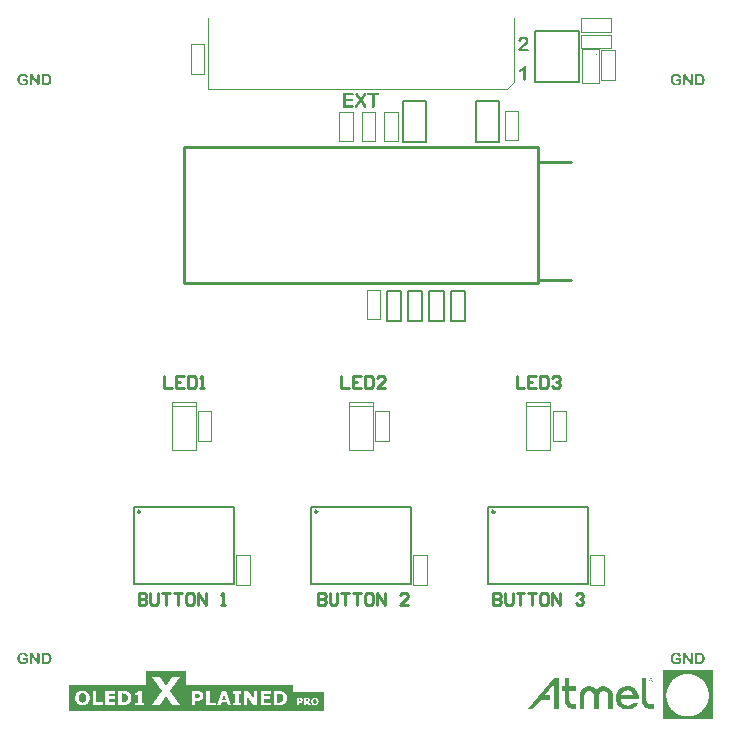
<source format=gto>
%FSLAX43Y43*%
%MOMM*%
G71*
G01*
G75*
G04 Layer_Color=65535*
%ADD10R,1.500X1.350*%
%ADD11R,0.650X0.800*%
%ADD12R,0.762X0.762*%
%ADD13R,0.600X0.900*%
%ADD14R,1.200X1.200*%
%ADD15R,1.400X0.600*%
%ADD16R,0.400X0.400*%
%ADD17R,0.900X0.600*%
%ADD18R,2.250X1.000*%
%ADD19R,0.800X0.650*%
%ADD20C,0.200*%
%ADD21C,0.250*%
%ADD22C,1.800*%
%ADD23R,1.800X1.800*%
%ADD24C,2.000*%
%ADD25C,3.600*%
%ADD26C,0.550*%
%ADD27R,2.200X0.350*%
%ADD28C,0.800*%
%ADD29C,0.100*%
%ADD30C,0.254*%
G36*
X3388Y54941D02*
X3410Y54940D01*
X3437Y54937D01*
X3465Y54935D01*
X3493Y54930D01*
X3520Y54923D01*
X3521D01*
X3522Y54922D01*
X3526Y54921D01*
X3531Y54919D01*
X3545Y54916D01*
X3562Y54908D01*
X3582Y54899D01*
X3602Y54888D01*
X3625Y54874D01*
X3647Y54856D01*
X3648Y54855D01*
X3653Y54850D01*
X3661Y54843D01*
X3670Y54832D01*
X3681Y54819D01*
X3694Y54803D01*
X3706Y54784D01*
X3720Y54761D01*
X3734Y54735D01*
X3747Y54707D01*
X3760Y54676D01*
X3771Y54641D01*
X3780Y54603D01*
X3788Y54563D01*
X3793Y54519D01*
X3794Y54472D01*
Y54471D01*
Y54469D01*
Y54465D01*
Y54458D01*
Y54451D01*
X3793Y54442D01*
Y54422D01*
X3790Y54398D01*
X3788Y54372D01*
X3784Y54344D01*
X3779Y54318D01*
Y54316D01*
X3777Y54315D01*
Y54311D01*
X3776Y54306D01*
X3772Y54292D01*
X3767Y54276D01*
X3761Y54257D01*
X3753Y54235D01*
X3743Y54213D01*
X3733Y54192D01*
X3732Y54189D01*
X3728Y54183D01*
X3720Y54171D01*
X3711Y54159D01*
X3700Y54142D01*
X3687Y54126D01*
X3672Y54108D01*
X3654Y54091D01*
X3653Y54090D01*
X3648Y54086D01*
X3640Y54080D01*
X3630Y54072D01*
X3617Y54063D01*
X3603Y54055D01*
X3587Y54044D01*
X3570Y54037D01*
X3568Y54036D01*
X3563Y54033D01*
X3554Y54030D01*
X3541Y54025D01*
X3527Y54020D01*
X3511Y54017D01*
X3493Y54011D01*
X3474Y54008D01*
X3471D01*
X3465Y54006D01*
X3455Y54005D01*
X3441Y54004D01*
X3423Y54003D01*
X3404Y54001D01*
X3383Y54000D01*
X3101D01*
X3092Y54001D01*
X3080Y54003D01*
X3055Y54006D01*
X3042Y54010D01*
X3031Y54015D01*
X3029Y54017D01*
X3027Y54018D01*
X3022Y54022D01*
X3017Y54027D01*
X3010Y54033D01*
X3005Y54039D01*
X3000Y54048D01*
X2996Y54058D01*
Y54060D01*
X2995Y54063D01*
X2994Y54070D01*
X2993Y54079D01*
X2991Y54090D01*
X2990Y54103D01*
X2989Y54117D01*
Y54133D01*
Y54824D01*
Y54826D01*
Y54827D01*
Y54834D01*
X2990Y54846D01*
X2993Y54859D01*
X2995Y54874D01*
X3000Y54889D01*
X3007Y54903D01*
X3015Y54914D01*
X3017Y54916D01*
X3021Y54918D01*
X3028Y54923D01*
X3037Y54928D01*
X3050Y54933D01*
X3065Y54939D01*
X3083Y54941D01*
X3104Y54942D01*
X3379D01*
X3388Y54941D01*
D02*
G37*
G36*
X50643Y3107D02*
X50696Y3095D01*
X50742Y3084D01*
X50783Y3072D01*
X50812Y3060D01*
X50830Y3055D01*
X50836Y3049D01*
X50935Y2996D01*
X50982Y2967D01*
X51017Y2938D01*
X51052Y2915D01*
X51075Y2891D01*
X51087Y2880D01*
X51092Y2874D01*
X51168Y2786D01*
X51221Y2699D01*
X51244Y2664D01*
X51256Y2635D01*
X51267Y2617D01*
Y2611D01*
X51291Y2553D01*
X51308Y2500D01*
X51320Y2448D01*
X51331Y2396D01*
Y2355D01*
X51337Y2320D01*
Y2296D01*
Y2291D01*
Y1200D01*
X50935D01*
Y2291D01*
X50929Y2355D01*
X50917Y2401D01*
X50906Y2436D01*
X50900Y2442D01*
Y2448D01*
X50877Y2500D01*
X50847Y2541D01*
X50824Y2570D01*
X50812Y2582D01*
X50772Y2623D01*
X50731Y2652D01*
X50696Y2670D01*
X50690Y2675D01*
X50684D01*
X50626Y2693D01*
X50573Y2699D01*
X50550Y2705D01*
X50521D01*
X50463Y2699D01*
X50410Y2693D01*
X50375Y2681D01*
X50369Y2675D01*
X50363D01*
X50317Y2646D01*
X50276Y2617D01*
X50247Y2594D01*
X50235Y2588D01*
Y2582D01*
X50200Y2535D01*
X50171Y2495D01*
X50153Y2460D01*
X50148Y2454D01*
Y2448D01*
X50130Y2396D01*
X50124Y2343D01*
X50118Y2308D01*
Y2296D01*
Y2291D01*
Y1200D01*
X49722D01*
Y2291D01*
X49716Y2355D01*
X49704Y2401D01*
X49693Y2436D01*
X49687Y2442D01*
Y2448D01*
X49658Y2500D01*
X49629Y2541D01*
X49605Y2570D01*
X49594Y2582D01*
X49553Y2623D01*
X49512Y2652D01*
X49477Y2670D01*
X49471Y2675D01*
X49465D01*
X49413Y2693D01*
X49360Y2699D01*
X49325Y2705D01*
X49308D01*
X49244Y2699D01*
X49191Y2693D01*
X49156Y2681D01*
X49150Y2675D01*
X49145D01*
X49098Y2646D01*
X49057Y2617D01*
X49028Y2594D01*
X49016Y2588D01*
Y2582D01*
X48981Y2535D01*
X48952Y2495D01*
X48935Y2460D01*
X48929Y2454D01*
Y2448D01*
X48911Y2396D01*
X48905Y2343D01*
X48900Y2308D01*
Y2296D01*
Y2291D01*
Y1200D01*
X48503D01*
Y2291D01*
X48509Y2355D01*
X48515Y2413D01*
X48526Y2471D01*
X48538Y2518D01*
X48550Y2559D01*
X48556Y2588D01*
X48567Y2605D01*
Y2611D01*
X48620Y2716D01*
X48649Y2763D01*
X48678Y2798D01*
X48701Y2833D01*
X48719Y2856D01*
X48730Y2868D01*
X48736Y2874D01*
X48824Y2950D01*
X48905Y3002D01*
X48940Y3025D01*
X48970Y3037D01*
X48987Y3049D01*
X48993D01*
X49051Y3072D01*
X49104Y3090D01*
X49162Y3101D01*
X49209Y3113D01*
X49250D01*
X49279Y3119D01*
X49308D01*
X49384Y3113D01*
X49448Y3107D01*
X49512Y3090D01*
X49564Y3072D01*
X49611Y3055D01*
X49646Y3043D01*
X49669Y3031D01*
X49675Y3025D01*
X49774Y2961D01*
X49815Y2932D01*
X49850Y2903D01*
X49879Y2874D01*
X49903Y2850D01*
X49914Y2839D01*
X49920Y2833D01*
X49996Y2915D01*
X50078Y2973D01*
X50107Y2996D01*
X50136Y3014D01*
X50153Y3020D01*
X50159Y3025D01*
X50223Y3055D01*
X50288Y3078D01*
X50346Y3095D01*
X50404Y3107D01*
X50451Y3113D01*
X50486Y3119D01*
X50585D01*
X50643Y3107D01*
D02*
G37*
G36*
X54621Y3801D02*
X54661Y3784D01*
X54685Y3760D01*
X54696Y3754D01*
X54726Y3714D01*
X54743Y3673D01*
X54749Y3638D01*
Y3632D01*
Y3626D01*
X54743Y3579D01*
X54726Y3539D01*
X54702Y3515D01*
X54696Y3504D01*
X54656Y3474D01*
X54615Y3463D01*
X54586Y3457D01*
X54574D01*
X54527Y3463D01*
X54492Y3480D01*
X54469Y3498D01*
X54457Y3504D01*
X54428Y3544D01*
X54411Y3585D01*
X54405Y3614D01*
Y3620D01*
Y3626D01*
X54411Y3679D01*
X54434Y3719D01*
X54452Y3743D01*
X54457Y3754D01*
X54498Y3784D01*
X54533Y3801D01*
X54562Y3807D01*
X54574D01*
X54621Y3801D01*
D02*
G37*
G36*
X3388Y5941D02*
X3410Y5940D01*
X3437Y5937D01*
X3465Y5935D01*
X3493Y5930D01*
X3520Y5923D01*
X3521D01*
X3522Y5922D01*
X3526Y5921D01*
X3531Y5919D01*
X3545Y5916D01*
X3562Y5908D01*
X3582Y5899D01*
X3602Y5888D01*
X3625Y5874D01*
X3647Y5856D01*
X3648Y5855D01*
X3653Y5850D01*
X3661Y5843D01*
X3670Y5832D01*
X3681Y5819D01*
X3694Y5803D01*
X3706Y5784D01*
X3720Y5761D01*
X3734Y5735D01*
X3747Y5707D01*
X3760Y5676D01*
X3771Y5641D01*
X3780Y5603D01*
X3788Y5563D01*
X3793Y5519D01*
X3794Y5472D01*
Y5471D01*
Y5469D01*
Y5465D01*
Y5458D01*
Y5451D01*
X3793Y5442D01*
Y5422D01*
X3790Y5398D01*
X3788Y5372D01*
X3784Y5344D01*
X3779Y5318D01*
Y5316D01*
X3777Y5315D01*
Y5311D01*
X3776Y5306D01*
X3772Y5292D01*
X3767Y5276D01*
X3761Y5257D01*
X3753Y5235D01*
X3743Y5213D01*
X3733Y5192D01*
X3732Y5189D01*
X3728Y5183D01*
X3720Y5171D01*
X3711Y5159D01*
X3700Y5142D01*
X3687Y5126D01*
X3672Y5108D01*
X3654Y5091D01*
X3653Y5090D01*
X3648Y5086D01*
X3640Y5080D01*
X3630Y5072D01*
X3617Y5063D01*
X3603Y5055D01*
X3587Y5044D01*
X3570Y5037D01*
X3568Y5036D01*
X3563Y5033D01*
X3554Y5030D01*
X3541Y5025D01*
X3527Y5020D01*
X3511Y5017D01*
X3493Y5011D01*
X3474Y5008D01*
X3471D01*
X3465Y5006D01*
X3455Y5005D01*
X3441Y5004D01*
X3423Y5003D01*
X3404Y5001D01*
X3383Y5000D01*
X3101D01*
X3092Y5001D01*
X3080Y5003D01*
X3055Y5006D01*
X3042Y5010D01*
X3031Y5015D01*
X3029Y5017D01*
X3027Y5018D01*
X3022Y5022D01*
X3017Y5027D01*
X3010Y5033D01*
X3005Y5039D01*
X3000Y5048D01*
X2996Y5058D01*
Y5060D01*
X2995Y5063D01*
X2994Y5070D01*
X2993Y5079D01*
X2991Y5090D01*
X2990Y5103D01*
X2989Y5117D01*
Y5133D01*
Y5824D01*
Y5826D01*
Y5827D01*
Y5834D01*
X2990Y5846D01*
X2993Y5859D01*
X2995Y5874D01*
X3000Y5889D01*
X3007Y5903D01*
X3015Y5914D01*
X3017Y5916D01*
X3021Y5918D01*
X3028Y5923D01*
X3037Y5928D01*
X3050Y5933D01*
X3065Y5939D01*
X3083Y5941D01*
X3104Y5942D01*
X3379D01*
X3388Y5941D01*
D02*
G37*
G36*
X1420Y54958D02*
X1431D01*
X1453Y54956D01*
X1479Y54952D01*
X1507Y54949D01*
X1536Y54942D01*
X1564Y54933D01*
X1565D01*
X1568Y54932D01*
X1571Y54931D01*
X1577Y54928D01*
X1589Y54923D01*
X1607Y54916D01*
X1625Y54907D01*
X1645Y54895D01*
X1665Y54883D01*
X1683Y54869D01*
X1686Y54867D01*
X1691Y54862D01*
X1698Y54855D01*
X1709Y54845D01*
X1720Y54832D01*
X1732Y54818D01*
X1743Y54804D01*
X1752Y54787D01*
X1753Y54786D01*
X1756Y54780D01*
X1759Y54772D01*
X1765Y54762D01*
X1768Y54749D01*
X1772Y54737D01*
X1775Y54724D01*
X1776Y54711D01*
Y54710D01*
Y54705D01*
X1775Y54699D01*
X1772Y54690D01*
X1770Y54679D01*
X1765Y54669D01*
X1758Y54659D01*
X1749Y54649D01*
X1748Y54648D01*
X1744Y54645D01*
X1739Y54641D01*
X1732Y54636D01*
X1721Y54631D01*
X1711Y54627D01*
X1698Y54625D01*
X1685Y54624D01*
X1677D01*
X1672Y54625D01*
X1659Y54627D01*
X1645Y54632D01*
X1644D01*
X1643Y54635D01*
X1634Y54640D01*
X1624Y54649D01*
X1613Y54660D01*
Y54662D01*
X1612Y54663D01*
X1607Y54669D01*
X1601Y54679D01*
X1593Y54692D01*
X1583Y54705D01*
X1573Y54719D01*
X1564Y54733D01*
X1554Y54744D01*
X1552Y54745D01*
X1550Y54749D01*
X1544Y54754D01*
X1536Y54761D01*
X1527Y54768D01*
X1516Y54776D01*
X1503Y54784D01*
X1488Y54791D01*
X1486Y54792D01*
X1480Y54795D01*
X1471Y54798D01*
X1458Y54801D01*
X1443Y54805D01*
X1425Y54809D01*
X1405Y54810D01*
X1382Y54812D01*
X1371D01*
X1358Y54810D01*
X1343Y54809D01*
X1324Y54806D01*
X1305Y54801D01*
X1284Y54796D01*
X1264Y54789D01*
X1262Y54787D01*
X1255Y54785D01*
X1245Y54779D01*
X1234Y54772D01*
X1220Y54762D01*
X1204Y54751D01*
X1189Y54737D01*
X1174Y54721D01*
X1173Y54719D01*
X1168Y54714D01*
X1161Y54705D01*
X1154Y54692D01*
X1145Y54677D01*
X1135Y54658D01*
X1126Y54638D01*
X1118Y54615D01*
Y54613D01*
X1117Y54612D01*
Y54608D01*
X1116Y54603D01*
X1112Y54591D01*
X1109Y54574D01*
X1105Y54554D01*
X1102Y54530D01*
X1100Y54503D01*
X1099Y54475D01*
Y54474D01*
Y54467D01*
Y54458D01*
X1100Y54447D01*
X1102Y54434D01*
X1103Y54418D01*
X1105Y54400D01*
X1108Y54381D01*
X1117Y54339D01*
X1123Y54319D01*
X1131Y54297D01*
X1140Y54277D01*
X1150Y54257D01*
X1161Y54237D01*
X1174Y54220D01*
X1175Y54218D01*
X1178Y54216D01*
X1182Y54212D01*
X1188Y54206D01*
X1196Y54199D01*
X1206Y54192D01*
X1216Y54184D01*
X1230Y54175D01*
X1244Y54168D01*
X1259Y54159D01*
X1277Y54151D01*
X1296Y54145D01*
X1316Y54138D01*
X1339Y54135D01*
X1362Y54132D01*
X1387Y54131D01*
X1399D01*
X1411Y54132D01*
X1428Y54133D01*
X1447Y54135D01*
X1467Y54138D01*
X1489Y54142D01*
X1511Y54147D01*
X1512D01*
X1513Y54149D01*
X1521Y54151D01*
X1532Y54155D01*
X1547Y54160D01*
X1565Y54168D01*
X1585Y54175D01*
X1607Y54185D01*
X1630Y54197D01*
Y54352D01*
X1472D01*
X1464Y54353D01*
X1451Y54354D01*
X1438Y54356D01*
X1424Y54358D01*
X1411Y54362D01*
X1400Y54367D01*
X1399Y54368D01*
X1396Y54371D01*
X1391Y54375D01*
X1387Y54380D01*
X1382Y54387D01*
X1377Y54398D01*
X1375Y54409D01*
X1373Y54422D01*
Y54423D01*
Y54427D01*
X1375Y54433D01*
X1376Y54441D01*
X1378Y54448D01*
X1384Y54457D01*
X1389Y54466D01*
X1396Y54474D01*
X1398Y54475D01*
X1400Y54478D01*
X1405Y54480D01*
X1413Y54485D01*
X1422Y54489D01*
X1432Y54491D01*
X1444Y54494D01*
X1458Y54495D01*
X1690D01*
X1698Y54494D01*
X1710D01*
X1720Y54493D01*
X1743Y54488D01*
X1744D01*
X1748Y54486D01*
X1753Y54484D01*
X1759Y54481D01*
X1766Y54476D01*
X1773Y54471D01*
X1781Y54465D01*
X1787Y54456D01*
X1789Y54455D01*
X1790Y54451D01*
X1792Y54446D01*
X1796Y54438D01*
X1800Y54428D01*
X1803Y54415D01*
X1804Y54400D01*
X1805Y54382D01*
Y54202D01*
Y54201D01*
Y54196D01*
Y54189D01*
X1804Y54180D01*
X1803Y54161D01*
X1800Y54152D01*
X1798Y54144D01*
Y54142D01*
X1796Y54140D01*
X1794Y54136D01*
X1791Y54131D01*
X1784Y54118D01*
X1771Y54104D01*
X1770Y54103D01*
X1767Y54102D01*
X1763Y54098D01*
X1758Y54094D01*
X1751Y54089D01*
X1743Y54084D01*
X1723Y54071D01*
X1721D01*
X1719Y54069D01*
X1714Y54067D01*
X1709Y54063D01*
X1701Y54060D01*
X1692Y54056D01*
X1671Y54046D01*
X1645Y54034D01*
X1617Y54023D01*
X1588Y54013D01*
X1558Y54004D01*
X1556D01*
X1554Y54003D01*
X1550D01*
X1544Y54001D01*
X1536Y53999D01*
X1528Y53997D01*
X1518Y53996D01*
X1507Y53994D01*
X1481Y53990D01*
X1452Y53987D01*
X1420Y53985D01*
X1386Y53983D01*
X1368D01*
X1358Y53985D01*
X1347D01*
X1334Y53986D01*
X1320Y53987D01*
X1290Y53991D01*
X1257Y53997D01*
X1222Y54005D01*
X1188Y54017D01*
X1187D01*
X1184Y54018D01*
X1179Y54020D01*
X1173Y54023D01*
X1165Y54027D01*
X1156Y54030D01*
X1136Y54041D01*
X1112Y54055D01*
X1086Y54071D01*
X1061Y54090D01*
X1036Y54113D01*
X1034Y54114D01*
X1033Y54116D01*
X1029Y54119D01*
X1025Y54124D01*
X1020Y54131D01*
X1014Y54138D01*
X1000Y54156D01*
X985Y54179D01*
X968Y54204D01*
X953Y54234D01*
X939Y54267D01*
Y54268D01*
X938Y54271D01*
X936Y54276D01*
X934Y54283D01*
X931Y54291D01*
X929Y54302D01*
X925Y54314D01*
X923Y54326D01*
X920Y54342D01*
X916Y54357D01*
X911Y54391D01*
X907Y54431D01*
X906Y54471D01*
Y54472D01*
Y54476D01*
Y54481D01*
Y54490D01*
X907Y54499D01*
Y54511D01*
X909Y54523D01*
X910Y54537D01*
X914Y54568D01*
X920Y54602D01*
X928Y54638D01*
X938Y54672D01*
Y54673D01*
X939Y54676D01*
X942Y54681D01*
X944Y54687D01*
X948Y54695D01*
X952Y54704D01*
X962Y54725D01*
X976Y54749D01*
X992Y54776D01*
X1011Y54801D01*
X1034Y54827D01*
X1036Y54828D01*
X1037Y54829D01*
X1041Y54833D01*
X1046Y54837D01*
X1052Y54842D01*
X1060Y54848D01*
X1077Y54862D01*
X1100Y54879D01*
X1127Y54895D01*
X1156Y54911D01*
X1189Y54925D01*
X1190D01*
X1193Y54926D01*
X1198Y54928D01*
X1206Y54930D01*
X1215Y54932D01*
X1225Y54936D01*
X1236Y54939D01*
X1249Y54942D01*
X1264Y54945D01*
X1279Y54947D01*
X1315Y54954D01*
X1354Y54958D01*
X1396Y54959D01*
X1413D01*
X1420Y54958D01*
D02*
G37*
G36*
X2703D02*
X2712Y54955D01*
X2723Y54952D01*
X2734Y54947D01*
X2744Y54940D01*
X2754Y54931D01*
X2755Y54930D01*
X2758Y54926D01*
X2761Y54919D01*
X2767Y54911D01*
X2770Y54898D01*
X2774Y54884D01*
X2777Y54867D01*
X2778Y54848D01*
Y54107D01*
Y54105D01*
Y54102D01*
X2777Y54095D01*
Y54088D01*
X2775Y54079D01*
X2773Y54067D01*
X2765Y54046D01*
X2760Y54033D01*
X2753Y54023D01*
X2745Y54013D01*
X2735Y54003D01*
X2723Y53995D01*
X2709Y53989D01*
X2693Y53985D01*
X2675Y53983D01*
X2666D01*
X2660Y53985D01*
X2645Y53987D01*
X2628Y53991D01*
X2627D01*
X2624Y53992D01*
X2621Y53995D01*
X2615Y53997D01*
X2604Y54004D01*
X2590Y54014D01*
X2589Y54015D01*
X2587Y54017D01*
X2579Y54024D01*
X2568Y54036D01*
X2556Y54051D01*
X2554Y54052D01*
X2553Y54055D01*
X2551Y54058D01*
X2547Y54065D01*
X2537Y54079D01*
X2525Y54095D01*
X2168Y54645D01*
Y54093D01*
Y54090D01*
Y54084D01*
X2167Y54074D01*
X2166Y54062D01*
X2162Y54048D01*
X2158Y54034D01*
X2152Y54022D01*
X2143Y54010D01*
X2142Y54009D01*
X2138Y54006D01*
X2133Y54001D01*
X2125Y53997D01*
X2116Y53992D01*
X2105Y53987D01*
X2092Y53985D01*
X2078Y53983D01*
X2072D01*
X2064Y53985D01*
X2055Y53987D01*
X2045Y53990D01*
X2034Y53995D01*
X2024Y54003D01*
X2013Y54011D01*
X2012Y54013D01*
X2010Y54017D01*
X2006Y54023D01*
X2002Y54032D01*
X1997Y54043D01*
X1993Y54057D01*
X1991Y54074D01*
X1989Y54093D01*
Y54820D01*
Y54823D01*
Y54828D01*
Y54837D01*
X1991Y54847D01*
X1993Y54870D01*
X1996Y54883D01*
X1999Y54893D01*
Y54894D01*
X2002Y54898D01*
X2005Y54903D01*
X2008Y54909D01*
X2015Y54917D01*
X2021Y54925D01*
X2029Y54932D01*
X2039Y54940D01*
X2040Y54941D01*
X2044Y54942D01*
X2050Y54946D01*
X2058Y54950D01*
X2067Y54952D01*
X2077Y54956D01*
X2088Y54958D01*
X2101Y54959D01*
X2110D01*
X2116Y54958D01*
X2130Y54955D01*
X2144Y54950D01*
X2146D01*
X2148Y54949D01*
X2156Y54944D01*
X2166Y54936D01*
X2177Y54927D01*
X2179D01*
X2180Y54925D01*
X2186Y54917D01*
X2195Y54906D01*
X2205Y54890D01*
X2206Y54889D01*
X2208Y54886D01*
X2210Y54883D01*
X2214Y54876D01*
X2224Y54861D01*
X2236Y54843D01*
X2603Y54288D01*
Y54848D01*
Y54850D01*
Y54851D01*
Y54857D01*
X2604Y54867D01*
X2605Y54879D01*
X2608Y54893D01*
X2613Y54907D01*
X2618Y54919D01*
X2626Y54931D01*
X2627Y54932D01*
X2629Y54935D01*
X2634Y54940D01*
X2642Y54945D01*
X2651Y54950D01*
X2662Y54955D01*
X2675Y54958D01*
X2689Y54959D01*
X2695D01*
X2703Y54958D01*
D02*
G37*
G36*
X29269Y53335D02*
X29283Y53333D01*
X29298Y53330D01*
X29313Y53325D01*
X29326Y53318D01*
X29338Y53310D01*
X29339Y53308D01*
X29343Y53305D01*
X29348Y53300D01*
X29353Y53291D01*
X29358Y53281D01*
X29363Y53270D01*
X29366Y53255D01*
X29368Y53240D01*
Y53238D01*
Y53233D01*
X29366Y53225D01*
X29364Y53215D01*
X29361Y53203D01*
X29354Y53191D01*
X29348Y53178D01*
X29338Y53168D01*
X29336Y53166D01*
X29333Y53165D01*
X29326Y53160D01*
X29316Y53156D01*
X29304Y53151D01*
X29289Y53146D01*
X29271Y53145D01*
X29249Y53143D01*
X28686D01*
Y52840D01*
X29214D01*
X29224Y52838D01*
X29238Y52836D01*
X29251Y52833D01*
X29266Y52828D01*
X29279Y52821D01*
X29291Y52813D01*
X29293Y52811D01*
X29296Y52808D01*
X29299Y52803D01*
X29306Y52795D01*
X29311Y52786D01*
X29314Y52775D01*
X29318Y52762D01*
X29319Y52746D01*
Y52745D01*
Y52740D01*
X29318Y52731D01*
X29316Y52722D01*
X29313Y52710D01*
X29308Y52698D01*
X29301Y52687D01*
X29291Y52677D01*
X29289Y52675D01*
X29286Y52673D01*
X29279Y52668D01*
X29269Y52665D01*
X29258Y52660D01*
X29243Y52655D01*
X29224Y52653D01*
X29204Y52652D01*
X28686D01*
Y52298D01*
X29279D01*
X29289Y52297D01*
X29303Y52295D01*
X29316Y52292D01*
X29331Y52287D01*
X29346Y52280D01*
X29358Y52270D01*
X29359Y52268D01*
X29363Y52265D01*
X29368Y52260D01*
X29373Y52252D01*
X29378Y52242D01*
X29383Y52228D01*
X29386Y52215D01*
X29388Y52198D01*
Y52197D01*
Y52192D01*
X29386Y52183D01*
X29384Y52173D01*
X29381Y52162D01*
X29374Y52150D01*
X29368Y52137D01*
X29358Y52127D01*
X29356Y52125D01*
X29353Y52123D01*
X29344Y52118D01*
X29336Y52113D01*
X29323Y52108D01*
X29308Y52105D01*
X29289Y52102D01*
X29269Y52100D01*
X28575D01*
X28560Y52102D01*
X28543Y52105D01*
X28523Y52108D01*
X28505Y52115D01*
X28486Y52123D01*
X28471Y52135D01*
X28470Y52137D01*
X28466Y52142D01*
X28460Y52152D01*
X28455Y52163D01*
X28448Y52180D01*
X28441Y52200D01*
X28438Y52225D01*
X28436Y52253D01*
Y53181D01*
Y53183D01*
Y53191D01*
X28438Y53201D01*
Y53213D01*
X28443Y53241D01*
X28446Y53256D01*
X28451Y53270D01*
X28453Y53271D01*
X28455Y53275D01*
X28458Y53281D01*
X28465Y53290D01*
X28480Y53306D01*
X28490Y53313D01*
X28501Y53320D01*
X28503D01*
X28508Y53323D01*
X28515Y53325D01*
X28525Y53328D01*
X28538Y53331D01*
X28553Y53333D01*
X28570Y53336D01*
X29259D01*
X29269Y53335D01*
D02*
G37*
G36*
X30351Y53356D02*
X30361Y53355D01*
X30374Y53351D01*
X30386Y53346D01*
X30399Y53340D01*
X30411Y53330D01*
X30412Y53328D01*
X30416Y53325D01*
X30421Y53318D01*
X30426Y53311D01*
X30431Y53301D01*
X30436Y53290D01*
X30439Y53276D01*
X30441Y53261D01*
Y53258D01*
X30439Y53251D01*
X30437Y53238D01*
X30432Y53221D01*
X30426Y53200D01*
X30414Y53173D01*
X30397Y53143D01*
X30376Y53108D01*
X30131Y52743D01*
X30394Y52338D01*
X30396Y52337D01*
X30399Y52330D01*
X30406Y52320D01*
X30414Y52308D01*
X30431Y52280D01*
X30439Y52265D01*
X30446Y52252D01*
Y52250D01*
X30449Y52245D01*
X30451Y52238D01*
X30454Y52230D01*
X30459Y52208D01*
X30462Y52185D01*
Y52183D01*
Y52180D01*
Y52175D01*
X30461Y52167D01*
X30456Y52150D01*
X30447Y52130D01*
Y52128D01*
X30444Y52127D01*
X30437Y52117D01*
X30424Y52105D01*
X30406Y52093D01*
X30404D01*
X30401Y52092D01*
X30396Y52088D01*
X30389Y52087D01*
X30371Y52080D01*
X30347Y52078D01*
X30342D01*
X30336Y52080D01*
X30327D01*
X30307Y52085D01*
X30287Y52093D01*
X30286D01*
X30284Y52095D01*
X30272Y52103D01*
X30261Y52113D01*
X30247Y52128D01*
Y52130D01*
X30244Y52133D01*
X30241Y52138D01*
X30234Y52148D01*
X30227Y52160D01*
X30217Y52175D01*
X30206Y52193D01*
X30191Y52215D01*
X29974Y52558D01*
X29743Y52205D01*
X29741Y52203D01*
X29738Y52198D01*
X29734Y52190D01*
X29728Y52182D01*
X29716Y52162D01*
X29709Y52152D01*
X29704Y52145D01*
X29703Y52142D01*
X29696Y52135D01*
X29688Y52125D01*
X29676Y52113D01*
X29673Y52112D01*
X29666Y52105D01*
X29654Y52097D01*
X29639Y52088D01*
X29638D01*
X29636Y52087D01*
X29631Y52085D01*
X29624Y52083D01*
X29608Y52080D01*
X29588Y52078D01*
X29579D01*
X29571Y52080D01*
X29561Y52082D01*
X29548Y52085D01*
X29536Y52090D01*
X29523Y52097D01*
X29511Y52105D01*
X29509Y52107D01*
X29506Y52110D01*
X29503Y52117D01*
X29498Y52127D01*
X29491Y52137D01*
X29488Y52152D01*
X29484Y52168D01*
X29483Y52187D01*
Y52190D01*
X29484Y52198D01*
X29486Y52212D01*
X29491Y52228D01*
X29498Y52252D01*
X29508Y52277D01*
X29523Y52307D01*
X29543Y52338D01*
X29821Y52743D01*
X29588Y53103D01*
X29586Y53105D01*
X29583Y53111D01*
X29576Y53121D01*
X29569Y53133D01*
X29561Y53148D01*
X29553Y53161D01*
X29538Y53191D01*
Y53193D01*
X29534Y53198D01*
X29533Y53205D01*
X29529Y53215D01*
X29524Y53238D01*
X29521Y53265D01*
Y53266D01*
Y53271D01*
X29523Y53278D01*
X29524Y53286D01*
X29529Y53296D01*
X29534Y53308D01*
X29543Y53318D01*
X29553Y53330D01*
X29554Y53331D01*
X29558Y53335D01*
X29566Y53338D01*
X29574Y53345D01*
X29586Y53350D01*
X29599Y53353D01*
X29614Y53356D01*
X29631Y53358D01*
X29639D01*
X29649Y53356D01*
X29661Y53355D01*
X29673Y53350D01*
X29686Y53345D01*
X29699Y53336D01*
X29711Y53326D01*
X29713Y53325D01*
X29716Y53320D01*
X29723Y53311D01*
X29733Y53300D01*
X29744Y53285D01*
X29758Y53265D01*
X29774Y53240D01*
X29793Y53211D01*
X29978Y52911D01*
X30176Y53211D01*
X30177Y53213D01*
X30181Y53218D01*
X30184Y53225D01*
X30191Y53235D01*
X30204Y53255D01*
X30217Y53276D01*
X30219Y53278D01*
X30221Y53281D01*
X30224Y53286D01*
X30229Y53293D01*
X30239Y53308D01*
X30251Y53321D01*
Y53323D01*
X30254Y53325D01*
X30262Y53331D01*
X30274Y53340D01*
X30287Y53348D01*
X30289D01*
X30291Y53350D01*
X30301Y53353D01*
X30316Y53356D01*
X30334Y53358D01*
X30342D01*
X30351Y53356D01*
D02*
G37*
G36*
X15208Y3196D02*
X24246D01*
Y2623D01*
X26901D01*
Y1000D01*
X5300D01*
Y3246D01*
X11775D01*
Y4393D01*
X15208D01*
Y3196D01*
D02*
G37*
G36*
X43873Y55643D02*
X43885Y55640D01*
X43895Y55636D01*
X43908Y55630D01*
X43920Y55621D01*
X43930Y55610D01*
X43932Y55608D01*
X43935Y55603D01*
X43938Y55595D01*
X43945Y55585D01*
X43950Y55571D01*
X43953Y55555D01*
X43957Y55535D01*
X43958Y55513D01*
Y54547D01*
Y54545D01*
Y54540D01*
Y54532D01*
X43957Y54520D01*
X43955Y54508D01*
X43952Y54493D01*
X43943Y54463D01*
X43938Y54447D01*
X43930Y54432D01*
X43920Y54417D01*
X43910Y54405D01*
X43895Y54393D01*
X43880Y54385D01*
X43862Y54380D01*
X43842Y54378D01*
X43833D01*
X43823Y54380D01*
X43812Y54383D01*
X43798Y54387D01*
X43785Y54392D01*
X43772Y54400D01*
X43758Y54412D01*
X43757Y54413D01*
X43753Y54418D01*
X43748Y54427D01*
X43743Y54438D01*
X43738Y54452D01*
X43733Y54470D01*
X43730Y54492D01*
X43728Y54515D01*
Y55283D01*
X43727Y55281D01*
X43718Y55276D01*
X43708Y55268D01*
X43693Y55258D01*
X43677Y55245D01*
X43657Y55231D01*
X43635Y55216D01*
X43612Y55201D01*
X43563Y55170D01*
X43538Y55156D01*
X43515Y55145D01*
X43493Y55133D01*
X43472Y55125D01*
X43453Y55120D01*
X43438Y55118D01*
X43432D01*
X43425Y55120D01*
X43417Y55121D01*
X43408Y55125D01*
X43397Y55130D01*
X43387Y55136D01*
X43375Y55145D01*
X43373Y55146D01*
X43372Y55150D01*
X43367Y55156D01*
X43362Y55163D01*
X43357Y55173D01*
X43353Y55185D01*
X43350Y55198D01*
X43348Y55211D01*
Y55213D01*
Y55218D01*
X43350Y55226D01*
X43352Y55236D01*
X43355Y55246D01*
X43360Y55256D01*
X43367Y55266D01*
X43375Y55275D01*
X43377Y55276D01*
X43380Y55278D01*
X43388Y55283D01*
X43398Y55288D01*
X43412Y55296D01*
X43428Y55305D01*
X43448Y55315D01*
X43472Y55326D01*
X43473D01*
X43477Y55328D01*
X43482Y55331D01*
X43488Y55335D01*
X43507Y55345D01*
X43530Y55358D01*
X43557Y55373D01*
X43583Y55390D01*
X43610Y55408D01*
X43633Y55428D01*
X43637Y55430D01*
X43643Y55438D01*
X43655Y55448D01*
X43670Y55463D01*
X43687Y55480D01*
X43705Y55500D01*
X43723Y55523D01*
X43742Y55546D01*
X43743Y55550D01*
X43750Y55556D01*
X43758Y55568D01*
X43768Y55581D01*
X43778Y55596D01*
X43788Y55610D01*
X43797Y55620D01*
X43803Y55628D01*
X43807Y55631D01*
X43810Y55633D01*
X43817Y55636D01*
X43823Y55640D01*
X43833Y55641D01*
X43845Y55645D01*
X43867D01*
X43873Y55643D01*
D02*
G37*
G36*
X43783Y58118D02*
X43797D01*
X43827Y58115D01*
X43862Y58110D01*
X43898Y58101D01*
X43935Y58091D01*
X43970Y58078D01*
X43973Y58076D01*
X43980Y58073D01*
X43992Y58066D01*
X44005Y58058D01*
X44021Y58048D01*
X44040Y58035D01*
X44058Y58020D01*
X44075Y58003D01*
X44076Y58001D01*
X44081Y57995D01*
X44090Y57985D01*
X44100Y57971D01*
X44111Y57956D01*
X44123Y57938D01*
X44135Y57916D01*
X44145Y57895D01*
X44146Y57891D01*
X44148Y57885D01*
X44153Y57871D01*
X44158Y57856D01*
X44161Y57836D01*
X44166Y57815D01*
X44168Y57791D01*
X44170Y57766D01*
Y57765D01*
Y57761D01*
Y57756D01*
Y57748D01*
X44168Y57740D01*
X44166Y57728D01*
X44163Y57703D01*
X44156Y57673D01*
X44148Y57641D01*
X44135Y57608D01*
X44116Y57575D01*
Y57573D01*
X44115Y57571D01*
X44108Y57561D01*
X44096Y57545D01*
X44083Y57527D01*
X44068Y57505D01*
X44050Y57483D01*
X44030Y57462D01*
X44010Y57442D01*
X44008Y57440D01*
X44000Y57433D01*
X43986Y57422D01*
X43968Y57405D01*
X43943Y57383D01*
X43912Y57357D01*
X43873Y57325D01*
X43853Y57307D01*
X43830Y57288D01*
X43828Y57287D01*
X43825Y57283D01*
X43818Y57278D01*
X43810Y57272D01*
X43800Y57263D01*
X43788Y57253D01*
X43762Y57230D01*
X43732Y57203D01*
X43703Y57177D01*
X43678Y57150D01*
X43667Y57138D01*
X43657Y57127D01*
X43655Y57125D01*
X43653Y57123D01*
X43648Y57118D01*
X43643Y57112D01*
X43630Y57095D01*
X43615Y57073D01*
X44066D01*
X44078Y57072D01*
X44093Y57070D01*
X44108Y57067D01*
X44125Y57062D01*
X44141Y57055D01*
X44155Y57045D01*
X44156Y57043D01*
X44160Y57040D01*
X44166Y57035D01*
X44173Y57027D01*
X44178Y57017D01*
X44185Y57003D01*
X44188Y56990D01*
X44190Y56973D01*
Y56972D01*
Y56967D01*
X44188Y56958D01*
X44186Y56948D01*
X44183Y56938D01*
X44178Y56927D01*
X44171Y56915D01*
X44161Y56903D01*
X44160Y56902D01*
X44156Y56898D01*
X44150Y56895D01*
X44141Y56890D01*
X44130Y56883D01*
X44116Y56880D01*
X44100Y56877D01*
X44080Y56875D01*
X43448D01*
X43437Y56877D01*
X43422Y56880D01*
X43407Y56883D01*
X43390Y56888D01*
X43373Y56897D01*
X43358Y56908D01*
X43357Y56910D01*
X43353Y56915D01*
X43347Y56922D01*
X43342Y56932D01*
X43335Y56943D01*
X43328Y56958D01*
X43325Y56975D01*
X43323Y56992D01*
Y56993D01*
Y56997D01*
X43325Y57003D01*
X43327Y57013D01*
X43328Y57025D01*
X43333Y57038D01*
X43338Y57053D01*
X43347Y57072D01*
X43348Y57073D01*
X43350Y57080D01*
X43355Y57088D01*
X43362Y57100D01*
X43378Y57127D01*
X43387Y57138D01*
X43397Y57150D01*
X43398Y57152D01*
X43402Y57155D01*
X43408Y57162D01*
X43415Y57170D01*
X43425Y57180D01*
X43437Y57192D01*
X43463Y57218D01*
X43495Y57250D01*
X43528Y57283D01*
X43563Y57318D01*
X43598Y57350D01*
X43600Y57352D01*
X43602Y57353D01*
X43607Y57358D01*
X43613Y57363D01*
X43630Y57378D01*
X43648Y57395D01*
X43670Y57413D01*
X43692Y57432D01*
X43712Y57448D01*
X43728Y57460D01*
X43732Y57462D01*
X43740Y57468D01*
X43752Y57478D01*
X43768Y57490D01*
X43787Y57505D01*
X43805Y57521D01*
X43825Y57538D01*
X43843Y57556D01*
X43845Y57558D01*
X43852Y57565D01*
X43860Y57575D01*
X43870Y57588D01*
X43882Y57603D01*
X43893Y57620D01*
X43903Y57640D01*
X43913Y57658D01*
X43915Y57660D01*
X43917Y57668D01*
X43922Y57678D01*
X43927Y57691D01*
X43930Y57706D01*
X43935Y57725D01*
X43937Y57743D01*
X43938Y57761D01*
Y57763D01*
Y57770D01*
X43937Y57780D01*
X43935Y57793D01*
X43932Y57808D01*
X43927Y57825D01*
X43920Y57840D01*
X43912Y57856D01*
X43910Y57858D01*
X43907Y57863D01*
X43902Y57871D01*
X43893Y57881D01*
X43883Y57891D01*
X43872Y57903D01*
X43858Y57913D01*
X43842Y57923D01*
X43840Y57925D01*
X43833Y57926D01*
X43825Y57931D01*
X43813Y57936D01*
X43798Y57940D01*
X43782Y57945D01*
X43763Y57946D01*
X43745Y57948D01*
X43735D01*
X43727Y57946D01*
X43707Y57943D01*
X43682Y57936D01*
X43655Y57925D01*
X43640Y57916D01*
X43625Y57906D01*
X43612Y57895D01*
X43597Y57883D01*
X43583Y57866D01*
X43572Y57850D01*
X43570Y57846D01*
X43568Y57843D01*
X43565Y57836D01*
X43562Y57828D01*
X43557Y57816D01*
X43550Y57801D01*
X43543Y57781D01*
X43542Y57780D01*
X43540Y57771D01*
X43535Y57761D01*
X43530Y57750D01*
X43517Y57720D01*
X43507Y57706D01*
X43498Y57693D01*
X43497Y57691D01*
X43493Y57688D01*
X43488Y57683D01*
X43480Y57678D01*
X43470Y57673D01*
X43457Y57668D01*
X43442Y57665D01*
X43425Y57663D01*
X43418D01*
X43410Y57665D01*
X43400Y57666D01*
X43390Y57670D01*
X43378Y57675D01*
X43367Y57681D01*
X43355Y57691D01*
X43353Y57693D01*
X43350Y57696D01*
X43347Y57703D01*
X43342Y57711D01*
X43335Y57723D01*
X43332Y57736D01*
X43328Y57751D01*
X43327Y57768D01*
Y57771D01*
Y57778D01*
X43328Y57790D01*
X43330Y57805D01*
X43333Y57823D01*
X43338Y57845D01*
X43345Y57866D01*
X43353Y57890D01*
X43355Y57893D01*
X43358Y57900D01*
X43365Y57913D01*
X43373Y57928D01*
X43385Y57945D01*
X43398Y57965D01*
X43413Y57983D01*
X43432Y58003D01*
X43433Y58005D01*
X43442Y58011D01*
X43452Y58021D01*
X43468Y58033D01*
X43487Y58046D01*
X43508Y58060D01*
X43535Y58073D01*
X43563Y58086D01*
X43565D01*
X43567Y58088D01*
X43572Y58090D01*
X43578Y58091D01*
X43595Y58096D01*
X43617Y58103D01*
X43643Y58110D01*
X43677Y58115D01*
X43712Y58118D01*
X43750Y58120D01*
X43772D01*
X43783Y58118D01*
D02*
G37*
G36*
X31457Y53335D02*
X31472Y53333D01*
X31487Y53330D01*
X31504Y53323D01*
X31519Y53316D01*
X31532Y53306D01*
X31534Y53305D01*
X31537Y53301D01*
X31542Y53295D01*
X31549Y53286D01*
X31554Y53276D01*
X31559Y53263D01*
X31562Y53248D01*
X31564Y53231D01*
Y53230D01*
Y53223D01*
X31562Y53215D01*
X31560Y53205D01*
X31555Y53193D01*
X31550Y53180D01*
X31542Y53168D01*
X31530Y53156D01*
X31529Y53155D01*
X31524Y53153D01*
X31517Y53148D01*
X31507Y53143D01*
X31494Y53138D01*
X31477Y53135D01*
X31457Y53131D01*
X31435Y53130D01*
X31162D01*
Y52230D01*
Y52227D01*
Y52217D01*
X31161Y52203D01*
X31157Y52187D01*
X31154Y52168D01*
X31147Y52150D01*
X31139Y52132D01*
X31127Y52115D01*
X31126Y52113D01*
X31121Y52110D01*
X31114Y52103D01*
X31102Y52097D01*
X31091Y52090D01*
X31074Y52083D01*
X31057Y52080D01*
X31037Y52078D01*
X31029D01*
X31017Y52080D01*
X31006Y52083D01*
X30991Y52087D01*
X30976Y52093D01*
X30961Y52103D01*
X30947Y52115D01*
X30946Y52117D01*
X30942Y52122D01*
X30936Y52132D01*
X30931Y52143D01*
X30924Y52160D01*
X30917Y52180D01*
X30914Y52203D01*
X30912Y52230D01*
Y53130D01*
X30627D01*
X30616Y53131D01*
X30602Y53133D01*
X30586Y53136D01*
X30571Y53141D01*
X30556Y53148D01*
X30542Y53156D01*
X30541Y53158D01*
X30537Y53161D01*
X30532Y53168D01*
X30527Y53176D01*
X30521Y53186D01*
X30516Y53200D01*
X30512Y53215D01*
X30511Y53231D01*
Y53233D01*
Y53240D01*
X30512Y53248D01*
X30514Y53260D01*
X30519Y53271D01*
X30524Y53285D01*
X30532Y53296D01*
X30542Y53308D01*
X30544Y53310D01*
X30549Y53313D01*
X30556Y53316D01*
X30567Y53323D01*
X30581Y53328D01*
X30597Y53331D01*
X30616Y53335D01*
X30637Y53336D01*
X31445D01*
X31457Y53335D01*
D02*
G37*
G36*
X46748Y1200D02*
X46363D01*
Y3317D01*
X45546Y2361D01*
X46007D01*
Y1987D01*
X45231D01*
X44555Y1200D01*
X44100D01*
X46299Y3807D01*
X46748D01*
Y1200D01*
D02*
G37*
G36*
X58003Y5958D02*
X58012Y5955D01*
X58023Y5952D01*
X58034Y5947D01*
X58044Y5940D01*
X58054Y5931D01*
X58055Y5930D01*
X58058Y5926D01*
X58061Y5919D01*
X58067Y5911D01*
X58070Y5898D01*
X58074Y5884D01*
X58077Y5867D01*
X58078Y5848D01*
Y5107D01*
Y5105D01*
Y5102D01*
X58077Y5095D01*
Y5088D01*
X58075Y5079D01*
X58073Y5067D01*
X58065Y5046D01*
X58060Y5033D01*
X58053Y5023D01*
X58045Y5013D01*
X58035Y5003D01*
X58023Y4995D01*
X58009Y4989D01*
X57993Y4985D01*
X57975Y4983D01*
X57966D01*
X57960Y4985D01*
X57945Y4987D01*
X57928Y4991D01*
X57927D01*
X57924Y4992D01*
X57921Y4995D01*
X57915Y4997D01*
X57904Y5004D01*
X57890Y5014D01*
X57889Y5015D01*
X57887Y5017D01*
X57879Y5024D01*
X57868Y5036D01*
X57856Y5051D01*
X57854Y5052D01*
X57853Y5055D01*
X57851Y5058D01*
X57847Y5065D01*
X57837Y5079D01*
X57825Y5095D01*
X57468Y5645D01*
Y5093D01*
Y5090D01*
Y5084D01*
X57467Y5074D01*
X57466Y5062D01*
X57462Y5048D01*
X57458Y5034D01*
X57452Y5022D01*
X57443Y5010D01*
X57442Y5009D01*
X57438Y5006D01*
X57433Y5001D01*
X57425Y4997D01*
X57416Y4992D01*
X57405Y4987D01*
X57392Y4985D01*
X57378Y4983D01*
X57372D01*
X57364Y4985D01*
X57355Y4987D01*
X57345Y4990D01*
X57334Y4995D01*
X57324Y5003D01*
X57313Y5011D01*
X57312Y5013D01*
X57310Y5017D01*
X57306Y5023D01*
X57302Y5032D01*
X57297Y5043D01*
X57293Y5057D01*
X57291Y5074D01*
X57289Y5093D01*
Y5820D01*
Y5823D01*
Y5828D01*
Y5837D01*
X57291Y5847D01*
X57293Y5870D01*
X57296Y5883D01*
X57299Y5893D01*
Y5894D01*
X57302Y5898D01*
X57305Y5903D01*
X57308Y5909D01*
X57315Y5917D01*
X57321Y5925D01*
X57329Y5932D01*
X57339Y5940D01*
X57340Y5941D01*
X57344Y5942D01*
X57350Y5946D01*
X57358Y5950D01*
X57367Y5952D01*
X57377Y5956D01*
X57388Y5958D01*
X57401Y5959D01*
X57410D01*
X57416Y5958D01*
X57430Y5955D01*
X57444Y5950D01*
X57446D01*
X57448Y5949D01*
X57456Y5944D01*
X57466Y5936D01*
X57477Y5927D01*
X57479D01*
X57480Y5925D01*
X57486Y5917D01*
X57495Y5906D01*
X57505Y5890D01*
X57506Y5889D01*
X57508Y5886D01*
X57510Y5883D01*
X57514Y5876D01*
X57524Y5861D01*
X57536Y5843D01*
X57903Y5288D01*
Y5848D01*
Y5850D01*
Y5851D01*
Y5857D01*
X57904Y5867D01*
X57905Y5879D01*
X57908Y5893D01*
X57913Y5907D01*
X57918Y5919D01*
X57926Y5931D01*
X57927Y5932D01*
X57929Y5935D01*
X57934Y5940D01*
X57942Y5945D01*
X57951Y5950D01*
X57962Y5955D01*
X57975Y5958D01*
X57989Y5959D01*
X57995D01*
X58003Y5958D01*
D02*
G37*
G36*
X47622Y3090D02*
X48229D01*
Y2699D01*
X47622D01*
Y2005D01*
Y1999D01*
Y1987D01*
Y1970D01*
X47628Y1946D01*
X47634Y1894D01*
X47652Y1836D01*
Y1830D01*
X47657Y1824D01*
X47675Y1789D01*
X47704Y1748D01*
X47745Y1702D01*
X47757Y1690D01*
X47786Y1667D01*
X47827Y1637D01*
X47879Y1608D01*
X47885D01*
X47891Y1602D01*
X47932Y1597D01*
X47984Y1585D01*
X48048Y1579D01*
X48235D01*
Y1194D01*
X48019D01*
X47984Y1200D01*
X47943D01*
X47897Y1206D01*
X47844Y1217D01*
X47727Y1252D01*
X47722Y1258D01*
X47704Y1264D01*
X47675Y1282D01*
X47640Y1299D01*
X47558Y1352D01*
X47471Y1427D01*
X47465Y1433D01*
X47453Y1445D01*
X47430Y1468D01*
X47407Y1503D01*
X47377Y1538D01*
X47348Y1585D01*
X47296Y1684D01*
Y1690D01*
X47284Y1713D01*
X47278Y1742D01*
X47267Y1783D01*
X47255Y1830D01*
X47243Y1882D01*
X47238Y1941D01*
X47232Y2005D01*
Y2699D01*
X47033D01*
Y3090D01*
X47232D01*
Y3807D01*
X47622D01*
Y3090D01*
D02*
G37*
G36*
X58688Y5941D02*
X58710Y5940D01*
X58737Y5937D01*
X58765Y5935D01*
X58793Y5930D01*
X58820Y5923D01*
X58821D01*
X58822Y5922D01*
X58826Y5921D01*
X58831Y5919D01*
X58845Y5916D01*
X58862Y5908D01*
X58882Y5899D01*
X58902Y5888D01*
X58925Y5874D01*
X58947Y5856D01*
X58948Y5855D01*
X58953Y5850D01*
X58961Y5843D01*
X58970Y5832D01*
X58981Y5819D01*
X58994Y5803D01*
X59006Y5784D01*
X59020Y5761D01*
X59034Y5735D01*
X59047Y5707D01*
X59060Y5676D01*
X59071Y5641D01*
X59080Y5603D01*
X59088Y5563D01*
X59093Y5519D01*
X59094Y5472D01*
Y5471D01*
Y5469D01*
Y5465D01*
Y5458D01*
Y5451D01*
X59093Y5442D01*
Y5422D01*
X59090Y5398D01*
X59088Y5372D01*
X59084Y5344D01*
X59079Y5318D01*
Y5316D01*
X59077Y5315D01*
Y5311D01*
X59076Y5306D01*
X59072Y5292D01*
X59067Y5276D01*
X59061Y5257D01*
X59053Y5235D01*
X59043Y5213D01*
X59033Y5192D01*
X59032Y5189D01*
X59028Y5183D01*
X59020Y5171D01*
X59011Y5159D01*
X59000Y5142D01*
X58987Y5126D01*
X58972Y5108D01*
X58954Y5091D01*
X58953Y5090D01*
X58948Y5086D01*
X58940Y5080D01*
X58930Y5072D01*
X58917Y5063D01*
X58903Y5055D01*
X58887Y5044D01*
X58870Y5037D01*
X58868Y5036D01*
X58863Y5033D01*
X58854Y5030D01*
X58841Y5025D01*
X58827Y5020D01*
X58811Y5017D01*
X58793Y5011D01*
X58774Y5008D01*
X58771D01*
X58765Y5006D01*
X58755Y5005D01*
X58741Y5004D01*
X58723Y5003D01*
X58704Y5001D01*
X58683Y5000D01*
X58401D01*
X58392Y5001D01*
X58380Y5003D01*
X58355Y5006D01*
X58342Y5010D01*
X58331Y5015D01*
X58329Y5017D01*
X58327Y5018D01*
X58322Y5022D01*
X58317Y5027D01*
X58310Y5033D01*
X58305Y5039D01*
X58300Y5048D01*
X58296Y5058D01*
Y5060D01*
X58295Y5063D01*
X58294Y5070D01*
X58293Y5079D01*
X58291Y5090D01*
X58290Y5103D01*
X58289Y5117D01*
Y5133D01*
Y5824D01*
Y5826D01*
Y5827D01*
Y5834D01*
X58290Y5846D01*
X58293Y5859D01*
X58295Y5874D01*
X58300Y5889D01*
X58307Y5903D01*
X58315Y5914D01*
X58317Y5916D01*
X58321Y5918D01*
X58328Y5923D01*
X58337Y5928D01*
X58350Y5933D01*
X58365Y5939D01*
X58383Y5941D01*
X58404Y5942D01*
X58679D01*
X58688Y5941D01*
D02*
G37*
G36*
X52638Y3125D02*
X52673Y3119D01*
X52714Y3113D01*
X52819Y3095D01*
X52929Y3060D01*
X53046Y3008D01*
X53104Y2973D01*
X53163Y2932D01*
X53215Y2885D01*
X53268Y2833D01*
Y2827D01*
X53279Y2821D01*
X53291Y2804D01*
X53303Y2786D01*
X53343Y2728D01*
X53390Y2646D01*
X53431Y2547D01*
X53472Y2436D01*
X53495Y2302D01*
X53507Y2156D01*
Y1999D01*
X52025D01*
Y1987D01*
Y1964D01*
X52031Y1923D01*
X52037Y1876D01*
X52055Y1818D01*
X52078Y1760D01*
X52113Y1696D01*
X52165Y1637D01*
X52171Y1632D01*
X52195Y1614D01*
X52230Y1591D01*
X52276Y1562D01*
X52335Y1532D01*
X52405Y1509D01*
X52480Y1492D01*
X52568Y1480D01*
X52614D01*
X52667Y1492D01*
X52731Y1503D01*
X52807Y1527D01*
X52883Y1567D01*
X52953Y1620D01*
X53017Y1690D01*
X53448D01*
X53443Y1678D01*
X53437Y1655D01*
X53413Y1614D01*
X53384Y1567D01*
X53343Y1509D01*
X53291Y1445D01*
X53227Y1381D01*
X53151Y1317D01*
X53139Y1311D01*
X53110Y1293D01*
X53064Y1264D01*
X52994Y1235D01*
X52912Y1206D01*
X52807Y1183D01*
X52690Y1165D01*
X52562Y1153D01*
X52515D01*
X52486Y1159D01*
X52445D01*
X52405Y1171D01*
X52300Y1188D01*
X52183Y1223D01*
X52060Y1270D01*
X51944Y1340D01*
X51891Y1387D01*
X51839Y1433D01*
Y1439D01*
X51827Y1445D01*
X51816Y1462D01*
X51798Y1486D01*
X51781Y1509D01*
X51757Y1544D01*
X51711Y1632D01*
X51664Y1731D01*
X51623Y1859D01*
X51594Y1999D01*
X51588Y2075D01*
X51582Y2156D01*
Y2162D01*
Y2174D01*
Y2197D01*
X51588Y2226D01*
Y2256D01*
X51594Y2296D01*
X51617Y2396D01*
X51646Y2500D01*
X51693Y2617D01*
X51757Y2728D01*
X51792Y2786D01*
X51839Y2839D01*
X51845Y2845D01*
X51851Y2850D01*
X51868Y2868D01*
X51891Y2885D01*
X51915Y2909D01*
X51950Y2932D01*
X52031Y2985D01*
X52136Y3037D01*
X52259Y3084D01*
X52405Y3119D01*
X52480Y3125D01*
X52562Y3130D01*
X52603D01*
X52638Y3125D01*
D02*
G37*
G36*
X59800Y300D02*
X55600D01*
Y4500D01*
X59800D01*
Y300D01*
D02*
G37*
G36*
X56720Y5958D02*
X56731D01*
X56753Y5956D01*
X56779Y5952D01*
X56807Y5949D01*
X56836Y5942D01*
X56864Y5933D01*
X56865D01*
X56868Y5932D01*
X56871Y5931D01*
X56877Y5928D01*
X56889Y5923D01*
X56907Y5916D01*
X56925Y5907D01*
X56945Y5895D01*
X56965Y5883D01*
X56983Y5869D01*
X56986Y5867D01*
X56991Y5862D01*
X56998Y5855D01*
X57009Y5845D01*
X57020Y5832D01*
X57032Y5818D01*
X57043Y5804D01*
X57052Y5787D01*
X57053Y5786D01*
X57056Y5780D01*
X57059Y5772D01*
X57065Y5762D01*
X57068Y5749D01*
X57072Y5737D01*
X57075Y5724D01*
X57076Y5711D01*
Y5710D01*
Y5705D01*
X57075Y5699D01*
X57072Y5690D01*
X57070Y5679D01*
X57065Y5669D01*
X57058Y5659D01*
X57049Y5649D01*
X57048Y5648D01*
X57044Y5645D01*
X57039Y5641D01*
X57032Y5636D01*
X57021Y5631D01*
X57011Y5627D01*
X56998Y5625D01*
X56985Y5624D01*
X56977D01*
X56972Y5625D01*
X56959Y5627D01*
X56945Y5632D01*
X56944D01*
X56943Y5635D01*
X56934Y5640D01*
X56924Y5649D01*
X56913Y5660D01*
Y5662D01*
X56912Y5663D01*
X56907Y5669D01*
X56901Y5679D01*
X56893Y5692D01*
X56883Y5705D01*
X56873Y5719D01*
X56864Y5733D01*
X56854Y5744D01*
X56852Y5745D01*
X56850Y5749D01*
X56844Y5754D01*
X56836Y5761D01*
X56827Y5768D01*
X56816Y5776D01*
X56803Y5784D01*
X56788Y5791D01*
X56786Y5792D01*
X56780Y5795D01*
X56771Y5798D01*
X56758Y5801D01*
X56743Y5805D01*
X56725Y5809D01*
X56705Y5810D01*
X56682Y5812D01*
X56671D01*
X56658Y5810D01*
X56643Y5809D01*
X56624Y5806D01*
X56605Y5801D01*
X56584Y5796D01*
X56564Y5789D01*
X56562Y5787D01*
X56555Y5785D01*
X56545Y5779D01*
X56534Y5772D01*
X56520Y5762D01*
X56504Y5751D01*
X56489Y5737D01*
X56474Y5721D01*
X56473Y5719D01*
X56468Y5714D01*
X56461Y5705D01*
X56454Y5692D01*
X56445Y5677D01*
X56435Y5658D01*
X56426Y5638D01*
X56418Y5615D01*
Y5613D01*
X56417Y5612D01*
Y5608D01*
X56416Y5603D01*
X56412Y5591D01*
X56409Y5574D01*
X56405Y5554D01*
X56402Y5530D01*
X56400Y5503D01*
X56399Y5475D01*
Y5474D01*
Y5467D01*
Y5458D01*
X56400Y5447D01*
X56402Y5434D01*
X56403Y5418D01*
X56405Y5400D01*
X56408Y5381D01*
X56417Y5339D01*
X56423Y5319D01*
X56431Y5297D01*
X56440Y5277D01*
X56450Y5257D01*
X56461Y5237D01*
X56474Y5220D01*
X56475Y5218D01*
X56478Y5216D01*
X56482Y5212D01*
X56488Y5206D01*
X56496Y5199D01*
X56506Y5192D01*
X56516Y5184D01*
X56530Y5175D01*
X56544Y5168D01*
X56559Y5159D01*
X56577Y5151D01*
X56596Y5145D01*
X56616Y5138D01*
X56639Y5135D01*
X56662Y5132D01*
X56687Y5131D01*
X56699D01*
X56711Y5132D01*
X56728Y5133D01*
X56747Y5135D01*
X56767Y5138D01*
X56789Y5142D01*
X56811Y5147D01*
X56812D01*
X56813Y5149D01*
X56821Y5151D01*
X56832Y5155D01*
X56847Y5160D01*
X56865Y5168D01*
X56885Y5175D01*
X56907Y5185D01*
X56930Y5197D01*
Y5352D01*
X56772D01*
X56764Y5353D01*
X56751Y5354D01*
X56738Y5356D01*
X56724Y5358D01*
X56711Y5362D01*
X56700Y5367D01*
X56699Y5368D01*
X56696Y5371D01*
X56691Y5375D01*
X56687Y5380D01*
X56682Y5387D01*
X56677Y5398D01*
X56675Y5409D01*
X56673Y5422D01*
Y5423D01*
Y5427D01*
X56675Y5433D01*
X56676Y5441D01*
X56678Y5448D01*
X56684Y5457D01*
X56689Y5466D01*
X56696Y5474D01*
X56697Y5475D01*
X56700Y5478D01*
X56705Y5480D01*
X56713Y5485D01*
X56722Y5489D01*
X56732Y5491D01*
X56744Y5494D01*
X56758Y5495D01*
X56990D01*
X56998Y5494D01*
X57010D01*
X57020Y5493D01*
X57043Y5488D01*
X57044D01*
X57048Y5486D01*
X57053Y5484D01*
X57059Y5481D01*
X57066Y5476D01*
X57073Y5471D01*
X57081Y5465D01*
X57087Y5456D01*
X57089Y5455D01*
X57090Y5451D01*
X57092Y5446D01*
X57096Y5438D01*
X57100Y5428D01*
X57103Y5415D01*
X57104Y5400D01*
X57105Y5382D01*
Y5202D01*
Y5201D01*
Y5196D01*
Y5189D01*
X57104Y5180D01*
X57103Y5161D01*
X57100Y5152D01*
X57098Y5144D01*
Y5142D01*
X57096Y5140D01*
X57094Y5136D01*
X57091Y5131D01*
X57084Y5118D01*
X57071Y5104D01*
X57070Y5103D01*
X57067Y5102D01*
X57063Y5098D01*
X57058Y5094D01*
X57051Y5089D01*
X57043Y5084D01*
X57023Y5071D01*
X57021D01*
X57019Y5069D01*
X57014Y5067D01*
X57009Y5063D01*
X57001Y5060D01*
X56992Y5056D01*
X56971Y5046D01*
X56945Y5034D01*
X56917Y5023D01*
X56888Y5013D01*
X56858Y5004D01*
X56856D01*
X56854Y5003D01*
X56850D01*
X56844Y5001D01*
X56836Y4999D01*
X56828Y4997D01*
X56818Y4996D01*
X56807Y4994D01*
X56781Y4990D01*
X56752Y4987D01*
X56720Y4985D01*
X56686Y4983D01*
X56668D01*
X56658Y4985D01*
X56647D01*
X56634Y4986D01*
X56620Y4987D01*
X56590Y4991D01*
X56557Y4997D01*
X56522Y5005D01*
X56488Y5017D01*
X56487D01*
X56484Y5018D01*
X56479Y5020D01*
X56473Y5023D01*
X56465Y5027D01*
X56456Y5030D01*
X56436Y5041D01*
X56412Y5055D01*
X56386Y5071D01*
X56361Y5090D01*
X56336Y5113D01*
X56334Y5114D01*
X56333Y5116D01*
X56329Y5119D01*
X56325Y5124D01*
X56320Y5131D01*
X56314Y5138D01*
X56300Y5156D01*
X56285Y5179D01*
X56268Y5204D01*
X56253Y5234D01*
X56239Y5267D01*
Y5268D01*
X56238Y5271D01*
X56236Y5276D01*
X56234Y5283D01*
X56231Y5291D01*
X56229Y5302D01*
X56225Y5314D01*
X56223Y5326D01*
X56220Y5342D01*
X56216Y5357D01*
X56211Y5391D01*
X56207Y5431D01*
X56206Y5471D01*
Y5472D01*
Y5476D01*
Y5481D01*
Y5490D01*
X56207Y5499D01*
Y5511D01*
X56209Y5523D01*
X56210Y5537D01*
X56214Y5568D01*
X56220Y5602D01*
X56228Y5638D01*
X56238Y5672D01*
Y5673D01*
X56239Y5676D01*
X56242Y5681D01*
X56244Y5687D01*
X56248Y5695D01*
X56252Y5704D01*
X56262Y5725D01*
X56276Y5749D01*
X56292Y5776D01*
X56311Y5801D01*
X56334Y5827D01*
X56336Y5828D01*
X56337Y5829D01*
X56341Y5833D01*
X56346Y5837D01*
X56352Y5842D01*
X56360Y5848D01*
X56377Y5862D01*
X56400Y5879D01*
X56427Y5895D01*
X56456Y5911D01*
X56489Y5925D01*
X56490D01*
X56493Y5926D01*
X56498Y5928D01*
X56506Y5930D01*
X56515Y5932D01*
X56525Y5936D01*
X56536Y5939D01*
X56549Y5942D01*
X56564Y5945D01*
X56579Y5947D01*
X56615Y5954D01*
X56654Y5958D01*
X56696Y5959D01*
X56713D01*
X56720Y5958D01*
D02*
G37*
G36*
Y54958D02*
X56731D01*
X56753Y54956D01*
X56779Y54952D01*
X56807Y54949D01*
X56836Y54942D01*
X56864Y54933D01*
X56865D01*
X56868Y54932D01*
X56871Y54931D01*
X56877Y54928D01*
X56889Y54923D01*
X56907Y54916D01*
X56925Y54907D01*
X56945Y54895D01*
X56965Y54883D01*
X56983Y54869D01*
X56986Y54867D01*
X56991Y54862D01*
X56998Y54855D01*
X57009Y54845D01*
X57020Y54832D01*
X57032Y54818D01*
X57043Y54804D01*
X57052Y54787D01*
X57053Y54786D01*
X57056Y54780D01*
X57059Y54772D01*
X57065Y54762D01*
X57068Y54749D01*
X57072Y54737D01*
X57075Y54724D01*
X57076Y54711D01*
Y54710D01*
Y54705D01*
X57075Y54699D01*
X57072Y54690D01*
X57070Y54679D01*
X57065Y54669D01*
X57058Y54659D01*
X57049Y54649D01*
X57048Y54648D01*
X57044Y54645D01*
X57039Y54641D01*
X57032Y54636D01*
X57021Y54631D01*
X57011Y54627D01*
X56998Y54625D01*
X56985Y54624D01*
X56977D01*
X56972Y54625D01*
X56959Y54627D01*
X56945Y54632D01*
X56944D01*
X56943Y54635D01*
X56934Y54640D01*
X56924Y54649D01*
X56913Y54660D01*
Y54662D01*
X56912Y54663D01*
X56907Y54669D01*
X56901Y54679D01*
X56893Y54692D01*
X56883Y54705D01*
X56873Y54719D01*
X56864Y54733D01*
X56854Y54744D01*
X56852Y54745D01*
X56850Y54749D01*
X56844Y54754D01*
X56836Y54761D01*
X56827Y54768D01*
X56816Y54776D01*
X56803Y54784D01*
X56788Y54791D01*
X56786Y54792D01*
X56780Y54795D01*
X56771Y54798D01*
X56758Y54801D01*
X56743Y54805D01*
X56725Y54809D01*
X56705Y54810D01*
X56682Y54812D01*
X56671D01*
X56658Y54810D01*
X56643Y54809D01*
X56624Y54806D01*
X56605Y54801D01*
X56584Y54796D01*
X56564Y54789D01*
X56562Y54787D01*
X56555Y54785D01*
X56545Y54779D01*
X56534Y54772D01*
X56520Y54762D01*
X56504Y54751D01*
X56489Y54737D01*
X56474Y54721D01*
X56473Y54719D01*
X56468Y54714D01*
X56461Y54705D01*
X56454Y54692D01*
X56445Y54677D01*
X56435Y54658D01*
X56426Y54638D01*
X56418Y54615D01*
Y54613D01*
X56417Y54612D01*
Y54608D01*
X56416Y54603D01*
X56412Y54591D01*
X56409Y54574D01*
X56405Y54554D01*
X56402Y54530D01*
X56400Y54503D01*
X56399Y54475D01*
Y54474D01*
Y54467D01*
Y54458D01*
X56400Y54447D01*
X56402Y54434D01*
X56403Y54418D01*
X56405Y54400D01*
X56408Y54381D01*
X56417Y54339D01*
X56423Y54319D01*
X56431Y54297D01*
X56440Y54277D01*
X56450Y54257D01*
X56461Y54237D01*
X56474Y54220D01*
X56475Y54218D01*
X56478Y54216D01*
X56482Y54212D01*
X56488Y54206D01*
X56496Y54199D01*
X56506Y54192D01*
X56516Y54184D01*
X56530Y54175D01*
X56544Y54168D01*
X56559Y54159D01*
X56577Y54151D01*
X56596Y54145D01*
X56616Y54138D01*
X56639Y54135D01*
X56662Y54132D01*
X56687Y54131D01*
X56699D01*
X56711Y54132D01*
X56728Y54133D01*
X56747Y54135D01*
X56767Y54138D01*
X56789Y54142D01*
X56811Y54147D01*
X56812D01*
X56813Y54149D01*
X56821Y54151D01*
X56832Y54155D01*
X56847Y54160D01*
X56865Y54168D01*
X56885Y54175D01*
X56907Y54185D01*
X56930Y54197D01*
Y54352D01*
X56772D01*
X56764Y54353D01*
X56751Y54354D01*
X56738Y54356D01*
X56724Y54358D01*
X56711Y54362D01*
X56700Y54367D01*
X56699Y54368D01*
X56696Y54371D01*
X56691Y54375D01*
X56687Y54380D01*
X56682Y54387D01*
X56677Y54398D01*
X56675Y54409D01*
X56673Y54422D01*
Y54423D01*
Y54427D01*
X56675Y54433D01*
X56676Y54441D01*
X56678Y54448D01*
X56684Y54457D01*
X56689Y54466D01*
X56696Y54474D01*
X56697Y54475D01*
X56700Y54478D01*
X56705Y54480D01*
X56713Y54485D01*
X56722Y54489D01*
X56732Y54491D01*
X56744Y54494D01*
X56758Y54495D01*
X56990D01*
X56998Y54494D01*
X57010D01*
X57020Y54493D01*
X57043Y54488D01*
X57044D01*
X57048Y54486D01*
X57053Y54484D01*
X57059Y54481D01*
X57066Y54476D01*
X57073Y54471D01*
X57081Y54465D01*
X57087Y54456D01*
X57089Y54455D01*
X57090Y54451D01*
X57092Y54446D01*
X57096Y54438D01*
X57100Y54428D01*
X57103Y54415D01*
X57104Y54400D01*
X57105Y54382D01*
Y54202D01*
Y54201D01*
Y54196D01*
Y54189D01*
X57104Y54180D01*
X57103Y54161D01*
X57100Y54152D01*
X57098Y54144D01*
Y54142D01*
X57096Y54140D01*
X57094Y54136D01*
X57091Y54131D01*
X57084Y54118D01*
X57071Y54104D01*
X57070Y54103D01*
X57067Y54102D01*
X57063Y54098D01*
X57058Y54094D01*
X57051Y54089D01*
X57043Y54084D01*
X57023Y54071D01*
X57021D01*
X57019Y54069D01*
X57014Y54067D01*
X57009Y54063D01*
X57001Y54060D01*
X56992Y54056D01*
X56971Y54046D01*
X56945Y54034D01*
X56917Y54023D01*
X56888Y54013D01*
X56858Y54004D01*
X56856D01*
X56854Y54003D01*
X56850D01*
X56844Y54001D01*
X56836Y53999D01*
X56828Y53997D01*
X56818Y53996D01*
X56807Y53994D01*
X56781Y53990D01*
X56752Y53987D01*
X56720Y53985D01*
X56686Y53983D01*
X56668D01*
X56658Y53985D01*
X56647D01*
X56634Y53986D01*
X56620Y53987D01*
X56590Y53991D01*
X56557Y53997D01*
X56522Y54005D01*
X56488Y54017D01*
X56487D01*
X56484Y54018D01*
X56479Y54020D01*
X56473Y54023D01*
X56465Y54027D01*
X56456Y54030D01*
X56436Y54041D01*
X56412Y54055D01*
X56386Y54071D01*
X56361Y54090D01*
X56336Y54113D01*
X56334Y54114D01*
X56333Y54116D01*
X56329Y54119D01*
X56325Y54124D01*
X56320Y54131D01*
X56314Y54138D01*
X56300Y54156D01*
X56285Y54179D01*
X56268Y54204D01*
X56253Y54234D01*
X56239Y54267D01*
Y54268D01*
X56238Y54271D01*
X56236Y54276D01*
X56234Y54283D01*
X56231Y54291D01*
X56229Y54302D01*
X56225Y54314D01*
X56223Y54326D01*
X56220Y54342D01*
X56216Y54357D01*
X56211Y54391D01*
X56207Y54431D01*
X56206Y54471D01*
Y54472D01*
Y54476D01*
Y54481D01*
Y54490D01*
X56207Y54499D01*
Y54511D01*
X56209Y54523D01*
X56210Y54537D01*
X56214Y54568D01*
X56220Y54602D01*
X56228Y54638D01*
X56238Y54672D01*
Y54673D01*
X56239Y54676D01*
X56242Y54681D01*
X56244Y54687D01*
X56248Y54695D01*
X56252Y54704D01*
X56262Y54725D01*
X56276Y54749D01*
X56292Y54776D01*
X56311Y54801D01*
X56334Y54827D01*
X56336Y54828D01*
X56337Y54829D01*
X56341Y54833D01*
X56346Y54837D01*
X56352Y54842D01*
X56360Y54848D01*
X56377Y54862D01*
X56400Y54879D01*
X56427Y54895D01*
X56456Y54911D01*
X56489Y54925D01*
X56490D01*
X56493Y54926D01*
X56498Y54928D01*
X56506Y54930D01*
X56515Y54932D01*
X56525Y54936D01*
X56536Y54939D01*
X56549Y54942D01*
X56564Y54945D01*
X56579Y54947D01*
X56615Y54954D01*
X56654Y54958D01*
X56696Y54959D01*
X56713D01*
X56720Y54958D01*
D02*
G37*
G36*
X1420Y5958D02*
X1431D01*
X1453Y5956D01*
X1479Y5952D01*
X1507Y5949D01*
X1536Y5942D01*
X1564Y5933D01*
X1565D01*
X1568Y5932D01*
X1571Y5931D01*
X1577Y5928D01*
X1589Y5923D01*
X1607Y5916D01*
X1625Y5907D01*
X1645Y5895D01*
X1665Y5883D01*
X1683Y5869D01*
X1686Y5867D01*
X1691Y5862D01*
X1698Y5855D01*
X1709Y5845D01*
X1720Y5832D01*
X1732Y5818D01*
X1743Y5804D01*
X1752Y5787D01*
X1753Y5786D01*
X1756Y5780D01*
X1759Y5772D01*
X1765Y5762D01*
X1768Y5749D01*
X1772Y5737D01*
X1775Y5724D01*
X1776Y5711D01*
Y5710D01*
Y5705D01*
X1775Y5699D01*
X1772Y5690D01*
X1770Y5679D01*
X1765Y5669D01*
X1758Y5659D01*
X1749Y5649D01*
X1748Y5648D01*
X1744Y5645D01*
X1739Y5641D01*
X1732Y5636D01*
X1721Y5631D01*
X1711Y5627D01*
X1698Y5625D01*
X1685Y5624D01*
X1677D01*
X1672Y5625D01*
X1659Y5627D01*
X1645Y5632D01*
X1644D01*
X1643Y5635D01*
X1634Y5640D01*
X1624Y5649D01*
X1613Y5660D01*
Y5662D01*
X1612Y5663D01*
X1607Y5669D01*
X1601Y5679D01*
X1593Y5692D01*
X1583Y5705D01*
X1573Y5719D01*
X1564Y5733D01*
X1554Y5744D01*
X1552Y5745D01*
X1550Y5749D01*
X1544Y5754D01*
X1536Y5761D01*
X1527Y5768D01*
X1516Y5776D01*
X1503Y5784D01*
X1488Y5791D01*
X1486Y5792D01*
X1480Y5795D01*
X1471Y5798D01*
X1458Y5801D01*
X1443Y5805D01*
X1425Y5809D01*
X1405Y5810D01*
X1382Y5812D01*
X1371D01*
X1358Y5810D01*
X1343Y5809D01*
X1324Y5806D01*
X1305Y5801D01*
X1284Y5796D01*
X1264Y5789D01*
X1262Y5787D01*
X1255Y5785D01*
X1245Y5779D01*
X1234Y5772D01*
X1220Y5762D01*
X1204Y5751D01*
X1189Y5737D01*
X1174Y5721D01*
X1173Y5719D01*
X1168Y5714D01*
X1161Y5705D01*
X1154Y5692D01*
X1145Y5677D01*
X1135Y5658D01*
X1126Y5638D01*
X1118Y5615D01*
Y5613D01*
X1117Y5612D01*
Y5608D01*
X1116Y5603D01*
X1112Y5591D01*
X1109Y5574D01*
X1105Y5554D01*
X1102Y5530D01*
X1100Y5503D01*
X1099Y5475D01*
Y5474D01*
Y5467D01*
Y5458D01*
X1100Y5447D01*
X1102Y5434D01*
X1103Y5418D01*
X1105Y5400D01*
X1108Y5381D01*
X1117Y5339D01*
X1123Y5319D01*
X1131Y5297D01*
X1140Y5277D01*
X1150Y5257D01*
X1161Y5237D01*
X1174Y5220D01*
X1175Y5218D01*
X1178Y5216D01*
X1182Y5212D01*
X1188Y5206D01*
X1196Y5199D01*
X1206Y5192D01*
X1216Y5184D01*
X1230Y5175D01*
X1244Y5168D01*
X1259Y5159D01*
X1277Y5151D01*
X1296Y5145D01*
X1316Y5138D01*
X1339Y5135D01*
X1362Y5132D01*
X1387Y5131D01*
X1399D01*
X1411Y5132D01*
X1428Y5133D01*
X1447Y5135D01*
X1467Y5138D01*
X1489Y5142D01*
X1511Y5147D01*
X1512D01*
X1513Y5149D01*
X1521Y5151D01*
X1532Y5155D01*
X1547Y5160D01*
X1565Y5168D01*
X1585Y5175D01*
X1607Y5185D01*
X1630Y5197D01*
Y5352D01*
X1472D01*
X1464Y5353D01*
X1451Y5354D01*
X1438Y5356D01*
X1424Y5358D01*
X1411Y5362D01*
X1400Y5367D01*
X1399Y5368D01*
X1396Y5371D01*
X1391Y5375D01*
X1387Y5380D01*
X1382Y5387D01*
X1377Y5398D01*
X1375Y5409D01*
X1373Y5422D01*
Y5423D01*
Y5427D01*
X1375Y5433D01*
X1376Y5441D01*
X1378Y5448D01*
X1384Y5457D01*
X1389Y5466D01*
X1396Y5474D01*
X1398Y5475D01*
X1400Y5478D01*
X1405Y5480D01*
X1413Y5485D01*
X1422Y5489D01*
X1432Y5491D01*
X1444Y5494D01*
X1458Y5495D01*
X1690D01*
X1698Y5494D01*
X1710D01*
X1720Y5493D01*
X1743Y5488D01*
X1744D01*
X1748Y5486D01*
X1753Y5484D01*
X1759Y5481D01*
X1766Y5476D01*
X1773Y5471D01*
X1781Y5465D01*
X1787Y5456D01*
X1789Y5455D01*
X1790Y5451D01*
X1792Y5446D01*
X1796Y5438D01*
X1800Y5428D01*
X1803Y5415D01*
X1804Y5400D01*
X1805Y5382D01*
Y5202D01*
Y5201D01*
Y5196D01*
Y5189D01*
X1804Y5180D01*
X1803Y5161D01*
X1800Y5152D01*
X1798Y5144D01*
Y5142D01*
X1796Y5140D01*
X1794Y5136D01*
X1791Y5131D01*
X1784Y5118D01*
X1771Y5104D01*
X1770Y5103D01*
X1767Y5102D01*
X1763Y5098D01*
X1758Y5094D01*
X1751Y5089D01*
X1743Y5084D01*
X1723Y5071D01*
X1721D01*
X1719Y5069D01*
X1714Y5067D01*
X1709Y5063D01*
X1701Y5060D01*
X1692Y5056D01*
X1671Y5046D01*
X1645Y5034D01*
X1617Y5023D01*
X1588Y5013D01*
X1558Y5004D01*
X1556D01*
X1554Y5003D01*
X1550D01*
X1544Y5001D01*
X1536Y4999D01*
X1528Y4997D01*
X1518Y4996D01*
X1507Y4994D01*
X1481Y4990D01*
X1452Y4987D01*
X1420Y4985D01*
X1386Y4983D01*
X1368D01*
X1358Y4985D01*
X1347D01*
X1334Y4986D01*
X1320Y4987D01*
X1290Y4991D01*
X1257Y4997D01*
X1222Y5005D01*
X1188Y5017D01*
X1187D01*
X1184Y5018D01*
X1179Y5020D01*
X1173Y5023D01*
X1165Y5027D01*
X1156Y5030D01*
X1136Y5041D01*
X1112Y5055D01*
X1086Y5071D01*
X1061Y5090D01*
X1036Y5113D01*
X1034Y5114D01*
X1033Y5116D01*
X1029Y5119D01*
X1025Y5124D01*
X1020Y5131D01*
X1014Y5138D01*
X1000Y5156D01*
X985Y5179D01*
X968Y5204D01*
X953Y5234D01*
X939Y5267D01*
Y5268D01*
X938Y5271D01*
X936Y5276D01*
X934Y5283D01*
X931Y5291D01*
X929Y5302D01*
X925Y5314D01*
X923Y5326D01*
X920Y5342D01*
X916Y5357D01*
X911Y5391D01*
X907Y5431D01*
X906Y5471D01*
Y5472D01*
Y5476D01*
Y5481D01*
Y5490D01*
X907Y5499D01*
Y5511D01*
X909Y5523D01*
X910Y5537D01*
X914Y5568D01*
X920Y5602D01*
X928Y5638D01*
X938Y5672D01*
Y5673D01*
X939Y5676D01*
X942Y5681D01*
X944Y5687D01*
X948Y5695D01*
X952Y5704D01*
X962Y5725D01*
X976Y5749D01*
X992Y5776D01*
X1011Y5801D01*
X1034Y5827D01*
X1036Y5828D01*
X1037Y5829D01*
X1041Y5833D01*
X1046Y5837D01*
X1052Y5842D01*
X1060Y5848D01*
X1077Y5862D01*
X1100Y5879D01*
X1127Y5895D01*
X1156Y5911D01*
X1189Y5925D01*
X1190D01*
X1193Y5926D01*
X1198Y5928D01*
X1206Y5930D01*
X1215Y5932D01*
X1225Y5936D01*
X1236Y5939D01*
X1249Y5942D01*
X1264Y5945D01*
X1279Y5947D01*
X1315Y5954D01*
X1354Y5958D01*
X1396Y5959D01*
X1413D01*
X1420Y5958D01*
D02*
G37*
G36*
X58688Y54941D02*
X58710Y54940D01*
X58737Y54937D01*
X58765Y54935D01*
X58793Y54930D01*
X58820Y54923D01*
X58821D01*
X58822Y54922D01*
X58826Y54921D01*
X58831Y54919D01*
X58845Y54916D01*
X58862Y54908D01*
X58882Y54899D01*
X58902Y54888D01*
X58925Y54874D01*
X58947Y54856D01*
X58948Y54855D01*
X58953Y54850D01*
X58961Y54843D01*
X58970Y54832D01*
X58981Y54819D01*
X58994Y54803D01*
X59006Y54784D01*
X59020Y54761D01*
X59034Y54735D01*
X59047Y54707D01*
X59060Y54676D01*
X59071Y54641D01*
X59080Y54603D01*
X59088Y54563D01*
X59093Y54519D01*
X59094Y54472D01*
Y54471D01*
Y54469D01*
Y54465D01*
Y54458D01*
Y54451D01*
X59093Y54442D01*
Y54422D01*
X59090Y54398D01*
X59088Y54372D01*
X59084Y54344D01*
X59079Y54318D01*
Y54316D01*
X59077Y54315D01*
Y54311D01*
X59076Y54306D01*
X59072Y54292D01*
X59067Y54276D01*
X59061Y54257D01*
X59053Y54235D01*
X59043Y54213D01*
X59033Y54192D01*
X59032Y54189D01*
X59028Y54183D01*
X59020Y54171D01*
X59011Y54159D01*
X59000Y54142D01*
X58987Y54126D01*
X58972Y54108D01*
X58954Y54091D01*
X58953Y54090D01*
X58948Y54086D01*
X58940Y54080D01*
X58930Y54072D01*
X58917Y54063D01*
X58903Y54055D01*
X58887Y54044D01*
X58870Y54037D01*
X58868Y54036D01*
X58863Y54033D01*
X58854Y54030D01*
X58841Y54025D01*
X58827Y54020D01*
X58811Y54017D01*
X58793Y54011D01*
X58774Y54008D01*
X58771D01*
X58765Y54006D01*
X58755Y54005D01*
X58741Y54004D01*
X58723Y54003D01*
X58704Y54001D01*
X58683Y54000D01*
X58401D01*
X58392Y54001D01*
X58380Y54003D01*
X58355Y54006D01*
X58342Y54010D01*
X58331Y54015D01*
X58329Y54017D01*
X58327Y54018D01*
X58322Y54022D01*
X58317Y54027D01*
X58310Y54033D01*
X58305Y54039D01*
X58300Y54048D01*
X58296Y54058D01*
Y54060D01*
X58295Y54063D01*
X58294Y54070D01*
X58293Y54079D01*
X58291Y54090D01*
X58290Y54103D01*
X58289Y54117D01*
Y54133D01*
Y54824D01*
Y54826D01*
Y54827D01*
Y54834D01*
X58290Y54846D01*
X58293Y54859D01*
X58295Y54874D01*
X58300Y54889D01*
X58307Y54903D01*
X58315Y54914D01*
X58317Y54916D01*
X58321Y54918D01*
X58328Y54923D01*
X58337Y54928D01*
X58350Y54933D01*
X58365Y54939D01*
X58383Y54941D01*
X58404Y54942D01*
X58679D01*
X58688Y54941D01*
D02*
G37*
G36*
X54137Y2005D02*
Y1999D01*
Y1987D01*
Y1970D01*
X54142Y1946D01*
X54148Y1894D01*
X54166Y1836D01*
Y1830D01*
X54172Y1824D01*
X54189Y1789D01*
X54218Y1748D01*
X54259Y1702D01*
X54271Y1690D01*
X54300Y1667D01*
X54341Y1637D01*
X54393Y1608D01*
X54399D01*
X54405Y1602D01*
X54422Y1597D01*
X54446D01*
X54498Y1585D01*
X54562Y1579D01*
X54766D01*
Y1194D01*
X54533D01*
X54498Y1200D01*
X54457D01*
X54411Y1206D01*
X54358Y1217D01*
X54242Y1252D01*
X54236Y1258D01*
X54218Y1264D01*
X54189Y1282D01*
X54154Y1299D01*
X54072Y1352D01*
X53985Y1427D01*
X53979Y1433D01*
X53967Y1445D01*
X53944Y1468D01*
X53921Y1503D01*
X53892Y1538D01*
X53862Y1585D01*
X53810Y1690D01*
Y1696D01*
X53798Y1713D01*
X53793Y1742D01*
X53781Y1783D01*
X53769Y1830D01*
X53763Y1882D01*
X53752Y2005D01*
Y3807D01*
X54137D01*
Y2005D01*
D02*
G37*
G36*
X2703Y5958D02*
X2712Y5955D01*
X2723Y5952D01*
X2734Y5947D01*
X2744Y5940D01*
X2754Y5931D01*
X2755Y5930D01*
X2758Y5926D01*
X2761Y5919D01*
X2767Y5911D01*
X2770Y5898D01*
X2774Y5884D01*
X2777Y5867D01*
X2778Y5848D01*
Y5107D01*
Y5105D01*
Y5102D01*
X2777Y5095D01*
Y5088D01*
X2775Y5079D01*
X2773Y5067D01*
X2765Y5046D01*
X2760Y5033D01*
X2753Y5023D01*
X2745Y5013D01*
X2735Y5003D01*
X2723Y4995D01*
X2709Y4989D01*
X2693Y4985D01*
X2675Y4983D01*
X2666D01*
X2660Y4985D01*
X2645Y4987D01*
X2628Y4991D01*
X2627D01*
X2624Y4992D01*
X2621Y4995D01*
X2615Y4997D01*
X2604Y5004D01*
X2590Y5014D01*
X2589Y5015D01*
X2587Y5017D01*
X2579Y5024D01*
X2568Y5036D01*
X2556Y5051D01*
X2554Y5052D01*
X2553Y5055D01*
X2551Y5058D01*
X2547Y5065D01*
X2537Y5079D01*
X2525Y5095D01*
X2168Y5645D01*
Y5093D01*
Y5090D01*
Y5084D01*
X2167Y5074D01*
X2166Y5062D01*
X2162Y5048D01*
X2158Y5034D01*
X2152Y5022D01*
X2143Y5010D01*
X2142Y5009D01*
X2138Y5006D01*
X2133Y5001D01*
X2125Y4997D01*
X2116Y4992D01*
X2105Y4987D01*
X2092Y4985D01*
X2078Y4983D01*
X2072D01*
X2064Y4985D01*
X2055Y4987D01*
X2045Y4990D01*
X2034Y4995D01*
X2024Y5003D01*
X2013Y5011D01*
X2012Y5013D01*
X2010Y5017D01*
X2006Y5023D01*
X2002Y5032D01*
X1997Y5043D01*
X1993Y5057D01*
X1991Y5074D01*
X1989Y5093D01*
Y5820D01*
Y5823D01*
Y5828D01*
Y5837D01*
X1991Y5847D01*
X1993Y5870D01*
X1996Y5883D01*
X1999Y5893D01*
Y5894D01*
X2002Y5898D01*
X2005Y5903D01*
X2008Y5909D01*
X2015Y5917D01*
X2021Y5925D01*
X2029Y5932D01*
X2039Y5940D01*
X2040Y5941D01*
X2044Y5942D01*
X2050Y5946D01*
X2058Y5950D01*
X2067Y5952D01*
X2077Y5956D01*
X2088Y5958D01*
X2101Y5959D01*
X2110D01*
X2116Y5958D01*
X2130Y5955D01*
X2144Y5950D01*
X2146D01*
X2148Y5949D01*
X2156Y5944D01*
X2166Y5936D01*
X2177Y5927D01*
X2179D01*
X2180Y5925D01*
X2186Y5917D01*
X2195Y5906D01*
X2205Y5890D01*
X2206Y5889D01*
X2208Y5886D01*
X2210Y5883D01*
X2214Y5876D01*
X2224Y5861D01*
X2236Y5843D01*
X2603Y5288D01*
Y5848D01*
Y5850D01*
Y5851D01*
Y5857D01*
X2604Y5867D01*
X2605Y5879D01*
X2608Y5893D01*
X2613Y5907D01*
X2618Y5919D01*
X2626Y5931D01*
X2627Y5932D01*
X2629Y5935D01*
X2634Y5940D01*
X2642Y5945D01*
X2651Y5950D01*
X2662Y5955D01*
X2675Y5958D01*
X2689Y5959D01*
X2695D01*
X2703Y5958D01*
D02*
G37*
G36*
X58003Y54958D02*
X58012Y54955D01*
X58023Y54952D01*
X58034Y54947D01*
X58044Y54940D01*
X58054Y54931D01*
X58055Y54930D01*
X58058Y54926D01*
X58061Y54919D01*
X58067Y54911D01*
X58070Y54898D01*
X58074Y54884D01*
X58077Y54867D01*
X58078Y54848D01*
Y54107D01*
Y54105D01*
Y54102D01*
X58077Y54095D01*
Y54088D01*
X58075Y54079D01*
X58073Y54067D01*
X58065Y54046D01*
X58060Y54033D01*
X58053Y54023D01*
X58045Y54013D01*
X58035Y54003D01*
X58023Y53995D01*
X58009Y53989D01*
X57993Y53985D01*
X57975Y53983D01*
X57966D01*
X57960Y53985D01*
X57945Y53987D01*
X57928Y53991D01*
X57927D01*
X57924Y53992D01*
X57921Y53995D01*
X57915Y53997D01*
X57904Y54004D01*
X57890Y54014D01*
X57889Y54015D01*
X57887Y54017D01*
X57879Y54024D01*
X57868Y54036D01*
X57856Y54051D01*
X57854Y54052D01*
X57853Y54055D01*
X57851Y54058D01*
X57847Y54065D01*
X57837Y54079D01*
X57825Y54095D01*
X57468Y54645D01*
Y54093D01*
Y54090D01*
Y54084D01*
X57467Y54074D01*
X57466Y54062D01*
X57462Y54048D01*
X57458Y54034D01*
X57452Y54022D01*
X57443Y54010D01*
X57442Y54009D01*
X57438Y54006D01*
X57433Y54001D01*
X57425Y53997D01*
X57416Y53992D01*
X57405Y53987D01*
X57392Y53985D01*
X57378Y53983D01*
X57372D01*
X57364Y53985D01*
X57355Y53987D01*
X57345Y53990D01*
X57334Y53995D01*
X57324Y54003D01*
X57313Y54011D01*
X57312Y54013D01*
X57310Y54017D01*
X57306Y54023D01*
X57302Y54032D01*
X57297Y54043D01*
X57293Y54057D01*
X57291Y54074D01*
X57289Y54093D01*
Y54820D01*
Y54823D01*
Y54828D01*
Y54837D01*
X57291Y54847D01*
X57293Y54870D01*
X57296Y54883D01*
X57299Y54893D01*
Y54894D01*
X57302Y54898D01*
X57305Y54903D01*
X57308Y54909D01*
X57315Y54917D01*
X57321Y54925D01*
X57329Y54932D01*
X57339Y54940D01*
X57340Y54941D01*
X57344Y54942D01*
X57350Y54946D01*
X57358Y54950D01*
X57367Y54952D01*
X57377Y54956D01*
X57388Y54958D01*
X57401Y54959D01*
X57410D01*
X57416Y54958D01*
X57430Y54955D01*
X57444Y54950D01*
X57446D01*
X57448Y54949D01*
X57456Y54944D01*
X57466Y54936D01*
X57477Y54927D01*
X57479D01*
X57480Y54925D01*
X57486Y54917D01*
X57495Y54906D01*
X57505Y54890D01*
X57506Y54889D01*
X57508Y54886D01*
X57510Y54883D01*
X57514Y54876D01*
X57524Y54861D01*
X57536Y54843D01*
X57903Y54288D01*
Y54848D01*
Y54850D01*
Y54851D01*
Y54857D01*
X57904Y54867D01*
X57905Y54879D01*
X57908Y54893D01*
X57913Y54907D01*
X57918Y54919D01*
X57926Y54931D01*
X57927Y54932D01*
X57929Y54935D01*
X57934Y54940D01*
X57942Y54945D01*
X57951Y54950D01*
X57962Y54955D01*
X57975Y54958D01*
X57989Y54959D01*
X57995D01*
X58003Y54958D01*
D02*
G37*
%LPC*%
G36*
X19851Y2696D02*
X19149D01*
Y2485D01*
X19346D01*
Y1712D01*
X19149D01*
Y1500D01*
X19851D01*
Y1712D01*
X19654D01*
Y2485D01*
X19851D01*
Y2696D01*
D02*
G37*
G36*
X18589D02*
X18234D01*
X17794Y1500D01*
X18106D01*
X18189Y1742D01*
X18626D01*
X18709Y1500D01*
X19031D01*
X18589Y2696D01*
D02*
G37*
G36*
X23086D02*
X22618D01*
Y1500D01*
X23038D01*
X23090Y1502D01*
X23136Y1503D01*
X23180Y1507D01*
X23198Y1508D01*
X23215Y1510D01*
X23231Y1512D01*
X23245Y1513D01*
X23256Y1515D01*
X23266Y1517D01*
X23275Y1518D01*
X23280Y1520D01*
X23285D01*
X23323Y1530D01*
X23360Y1540D01*
X23391Y1553D01*
X23420Y1565D01*
X23443Y1577D01*
X23461Y1585D01*
X23468Y1588D01*
X23473Y1592D01*
X23475Y1593D01*
X23476D01*
X23518Y1623D01*
X23556Y1655D01*
X23588Y1690D01*
X23616Y1722D01*
X23640Y1752D01*
X23648Y1763D01*
X23656Y1775D01*
X23661Y1783D01*
X23666Y1792D01*
X23668Y1795D01*
X23670Y1797D01*
X23683Y1822D01*
X23695Y1847D01*
X23715Y1898D01*
X23728Y1950D01*
X23736Y1997D01*
X23740Y2017D01*
X23743Y2037D01*
X23745Y2053D01*
Y2068D01*
X23746Y2080D01*
Y2090D01*
Y2095D01*
Y2097D01*
Y2128D01*
X23743Y2160D01*
X23735Y2216D01*
X23730Y2243D01*
X23723Y2268D01*
X23718Y2291D01*
X23711Y2313D01*
X23705Y2331D01*
X23698Y2348D01*
X23691Y2363D01*
X23686Y2375D01*
X23681Y2385D01*
X23678Y2393D01*
X23676Y2396D01*
X23675Y2398D01*
X23646Y2443D01*
X23615Y2485D01*
X23581Y2518D01*
X23550Y2548D01*
X23523Y2571D01*
X23511Y2580D01*
X23500Y2588D01*
X23491Y2593D01*
X23485Y2598D01*
X23481Y2601D01*
X23480D01*
X23451Y2618D01*
X23421Y2631D01*
X23391Y2643D01*
X23363Y2653D01*
X23340Y2661D01*
X23328Y2665D01*
X23320Y2666D01*
X23311Y2668D01*
X23306Y2670D01*
X23303Y2671D01*
X23301D01*
X23260Y2680D01*
X23218Y2686D01*
X23176Y2690D01*
X23136Y2693D01*
X23118Y2695D01*
X23101D01*
X23086Y2696D01*
D02*
G37*
G36*
X22358D02*
X21495D01*
Y1500D01*
X22358D01*
Y1732D01*
X21803D01*
Y2027D01*
X22318D01*
Y2258D01*
X21803D01*
Y2465D01*
X22358D01*
Y2696D01*
D02*
G37*
G36*
X17188D02*
X16880D01*
Y1500D01*
X17741D01*
Y1732D01*
X17188D01*
Y2696D01*
D02*
G37*
G36*
X54586Y3760D02*
X54574D01*
X54539Y3754D01*
X54510Y3743D01*
X54487Y3725D01*
X54481Y3719D01*
X54463Y3690D01*
X54452Y3661D01*
X54446Y3638D01*
Y3626D01*
X54452Y3591D01*
X54463Y3562D01*
X54475Y3539D01*
X54481Y3533D01*
X54510Y3509D01*
X54545Y3498D01*
X54568Y3492D01*
X54574D01*
X54615Y3498D01*
X54644Y3515D01*
X54667Y3527D01*
X54673Y3533D01*
X54696Y3562D01*
X54708Y3597D01*
X54714Y3620D01*
Y3626D01*
X54708Y3667D01*
X54696Y3696D01*
X54679Y3714D01*
X54673Y3719D01*
X54638Y3743D01*
X54609Y3754D01*
X54586Y3760D01*
D02*
G37*
G36*
X52562Y2769D02*
X52521D01*
X52492Y2763D01*
X52422Y2745D01*
X52335Y2716D01*
X52288Y2693D01*
X52241Y2664D01*
X52195Y2629D01*
X52154Y2588D01*
X52113Y2541D01*
X52078Y2483D01*
X52049Y2419D01*
X52025Y2343D01*
X53075D01*
Y2349D01*
X53069Y2361D01*
X53064Y2384D01*
X53058Y2407D01*
X53029Y2477D01*
X52982Y2559D01*
X52953Y2594D01*
X52912Y2635D01*
X52871Y2670D01*
X52824Y2705D01*
X52772Y2728D01*
X52708Y2751D01*
X52638Y2763D01*
X52562Y2769D01*
D02*
G37*
G36*
X16208Y2696D02*
X15675D01*
Y1500D01*
X15983D01*
Y1890D01*
X16173D01*
X16220Y1892D01*
X16263Y1895D01*
X16300Y1902D01*
X16331Y1908D01*
X16356Y1913D01*
X16368Y1917D01*
X16376Y1920D01*
X16383Y1922D01*
X16388Y1923D01*
X16390Y1925D01*
X16391D01*
X16423Y1940D01*
X16453Y1957D01*
X16481Y1975D01*
X16505Y1992D01*
X16525Y2008D01*
X16538Y2020D01*
X16548Y2028D01*
X16551Y2032D01*
X16570Y2053D01*
X16586Y2075D01*
X16600Y2097D01*
X16611Y2117D01*
X16620Y2135D01*
X16626Y2148D01*
X16630Y2158D01*
X16631Y2161D01*
X16641Y2190D01*
X16648Y2218D01*
X16653Y2245D01*
X16656Y2268D01*
X16658Y2288D01*
X16660Y2305D01*
Y2315D01*
Y2316D01*
Y2318D01*
X16658Y2355D01*
X16653Y2390D01*
X16648Y2420D01*
X16641Y2445D01*
X16633Y2466D01*
X16628Y2481D01*
X16623Y2491D01*
X16621Y2495D01*
X16606Y2521D01*
X16588Y2545D01*
X16570Y2566D01*
X16551Y2583D01*
X16536Y2598D01*
X16523Y2608D01*
X16515Y2615D01*
X16513Y2616D01*
X16511D01*
X16488Y2630D01*
X16463Y2643D01*
X16440Y2653D01*
X16418Y2661D01*
X16400Y2668D01*
X16385Y2673D01*
X16375Y2675D01*
X16373Y2676D01*
X16371D01*
X16341Y2683D01*
X16310Y2688D01*
X16277Y2691D01*
X16247Y2695D01*
X16220D01*
X16208Y2696D01*
D02*
G37*
G36*
X6428Y2746D02*
X6415D01*
X6362Y2745D01*
X6313Y2740D01*
X6267Y2731D01*
X6223Y2720D01*
X6183Y2708D01*
X6145Y2693D01*
X6112Y2678D01*
X6082Y2663D01*
X6053Y2646D01*
X6030Y2631D01*
X6010Y2616D01*
X5993Y2605D01*
X5980Y2593D01*
X5972Y2585D01*
X5965Y2580D01*
X5963Y2578D01*
X5935Y2545D01*
X5910Y2510D01*
X5888Y2473D01*
X5868Y2436D01*
X5853Y2398D01*
X5840Y2360D01*
X5828Y2323D01*
X5820Y2286D01*
X5813Y2253D01*
X5808Y2221D01*
X5805Y2193D01*
X5803Y2170D01*
X5802Y2150D01*
X5800Y2135D01*
Y2125D01*
Y2123D01*
Y2122D01*
X5802Y2070D01*
X5807Y2020D01*
X5815Y1973D01*
X5825Y1930D01*
X5838Y1890D01*
X5852Y1853D01*
X5867Y1818D01*
X5882Y1788D01*
X5897Y1760D01*
X5912Y1737D01*
X5925Y1717D01*
X5938Y1698D01*
X5948Y1685D01*
X5957Y1677D01*
X5962Y1670D01*
X5963Y1668D01*
X5995Y1638D01*
X6030Y1613D01*
X6065Y1590D01*
X6103Y1572D01*
X6140Y1555D01*
X6178Y1542D01*
X6215Y1530D01*
X6250Y1522D01*
X6283Y1513D01*
X6315Y1508D01*
X6343Y1505D01*
X6367Y1503D01*
X6387Y1502D01*
X6402Y1500D01*
X6415D01*
X6468Y1502D01*
X6516Y1507D01*
X6563Y1515D01*
X6606Y1527D01*
X6648Y1538D01*
X6685Y1553D01*
X6718Y1568D01*
X6748Y1585D01*
X6776Y1600D01*
X6800Y1615D01*
X6820Y1630D01*
X6836Y1642D01*
X6850Y1653D01*
X6858Y1662D01*
X6865Y1667D01*
X6866Y1668D01*
X6895Y1702D01*
X6921Y1737D01*
X6943Y1773D01*
X6961Y1810D01*
X6978Y1848D01*
X6991Y1885D01*
X7001Y1923D01*
X7011Y1958D01*
X7018Y1992D01*
X7023Y2023D01*
X7026Y2050D01*
X7028Y2075D01*
X7030Y2095D01*
X7031Y2108D01*
Y2118D01*
Y2122D01*
X7030Y2175D01*
X7025Y2223D01*
X7016Y2271D01*
X7006Y2315D01*
X6993Y2355D01*
X6980Y2393D01*
X6965Y2426D01*
X6950Y2458D01*
X6933Y2485D01*
X6918Y2510D01*
X6905Y2530D01*
X6893Y2548D01*
X6881Y2561D01*
X6873Y2570D01*
X6868Y2576D01*
X6866Y2578D01*
X6835Y2608D01*
X6800Y2633D01*
X6763Y2656D01*
X6726Y2675D01*
X6688Y2691D01*
X6651Y2705D01*
X6615Y2716D01*
X6578Y2725D01*
X6545Y2733D01*
X6515Y2738D01*
X6486Y2741D01*
X6462Y2743D01*
X6443Y2745D01*
X6428Y2746D01*
D02*
G37*
G36*
X26100Y2123D02*
X26093D01*
X26066Y2122D01*
X26042Y2120D01*
X26019Y2116D01*
X25997Y2110D01*
X25977Y2104D01*
X25958Y2097D01*
X25941Y2089D01*
X25926Y2082D01*
X25912Y2073D01*
X25900Y2066D01*
X25890Y2058D01*
X25882Y2052D01*
X25875Y2047D01*
X25871Y2042D01*
X25868Y2040D01*
X25867Y2039D01*
X25853Y2022D01*
X25841Y2005D01*
X25830Y1987D01*
X25820Y1968D01*
X25812Y1949D01*
X25806Y1930D01*
X25800Y1912D01*
X25796Y1893D01*
X25792Y1877D01*
X25790Y1861D01*
X25788Y1847D01*
X25787Y1835D01*
X25786Y1825D01*
X25786Y1817D01*
Y1812D01*
Y1812D01*
Y1811D01*
X25786Y1785D01*
X25789Y1760D01*
X25793Y1737D01*
X25798Y1715D01*
X25805Y1695D01*
X25811Y1677D01*
X25819Y1659D01*
X25826Y1644D01*
X25834Y1630D01*
X25841Y1618D01*
X25848Y1608D01*
X25855Y1599D01*
X25860Y1592D01*
X25864Y1588D01*
X25866Y1585D01*
X25867Y1584D01*
X25883Y1569D01*
X25900Y1557D01*
X25918Y1545D01*
X25937Y1536D01*
X25955Y1527D01*
X25975Y1521D01*
X25993Y1515D01*
X26010Y1511D01*
X26027Y1507D01*
X26043Y1504D01*
X26057Y1503D01*
X26069Y1502D01*
X26079Y1501D01*
X26086Y1500D01*
X26093D01*
X26120Y1501D01*
X26144Y1503D01*
X26167Y1508D01*
X26189Y1513D01*
X26210Y1519D01*
X26228Y1527D01*
X26245Y1534D01*
X26260Y1542D01*
X26274Y1550D01*
X26285Y1557D01*
X26295Y1565D01*
X26304Y1571D01*
X26310Y1577D01*
X26315Y1581D01*
X26318Y1583D01*
X26319Y1584D01*
X26333Y1601D01*
X26346Y1618D01*
X26357Y1637D01*
X26366Y1655D01*
X26375Y1674D01*
X26381Y1692D01*
X26386Y1712D01*
X26391Y1729D01*
X26395Y1746D01*
X26397Y1762D01*
X26399Y1775D01*
X26400Y1787D01*
X26400Y1797D01*
X26401Y1804D01*
Y1809D01*
Y1811D01*
X26400Y1837D01*
X26398Y1862D01*
X26394Y1886D01*
X26389Y1907D01*
X26382Y1927D01*
X26375Y1947D01*
X26368Y1963D01*
X26360Y1979D01*
X26352Y1992D01*
X26345Y2005D01*
X26338Y2015D01*
X26332Y2024D01*
X26326Y2031D01*
X26322Y2035D01*
X26320Y2038D01*
X26319Y2039D01*
X26303Y2054D01*
X26285Y2067D01*
X26267Y2078D01*
X26249Y2087D01*
X26230Y2096D01*
X26211Y2102D01*
X26193Y2108D01*
X26175Y2112D01*
X26158Y2117D01*
X26143Y2119D01*
X26129Y2121D01*
X26116Y2122D01*
X26107Y2122D01*
X26100Y2123D01*
D02*
G37*
G36*
X3305Y5791D02*
X3179D01*
Y5151D01*
X3351D01*
X3375Y5152D01*
X3388D01*
X3398Y5154D01*
X3403D01*
X3408Y5155D01*
X3416Y5156D01*
X3423Y5157D01*
X3433Y5160D01*
X3454Y5166D01*
X3455D01*
X3459Y5169D01*
X3464Y5170D01*
X3471Y5174D01*
X3488Y5183D01*
X3504Y5194D01*
X3506Y5196D01*
X3508Y5198D01*
X3513Y5203D01*
X3520Y5210D01*
X3527Y5220D01*
X3535Y5231D01*
X3544Y5244D01*
X3553Y5260D01*
X3562Y5278D01*
X3570Y5298D01*
X3578Y5321D01*
X3586Y5347D01*
X3592Y5375D01*
X3597Y5405D01*
X3600Y5438D01*
X3601Y5474D01*
Y5475D01*
Y5480D01*
Y5488D01*
Y5497D01*
X3600Y5508D01*
X3598Y5522D01*
X3597Y5536D01*
X3596Y5552D01*
X3591Y5587D01*
X3583Y5621D01*
X3572Y5654D01*
X3565Y5669D01*
X3558Y5683D01*
Y5685D01*
X3556Y5686D01*
X3554Y5690D01*
X3550Y5695D01*
X3541Y5706D01*
X3529Y5720D01*
X3515Y5735D01*
X3497Y5751D01*
X3476Y5763D01*
X3454Y5772D01*
X3452D01*
X3451Y5773D01*
X3447D01*
X3442Y5775D01*
X3430Y5779D01*
X3412Y5782D01*
X3390Y5785D01*
X3365Y5789D01*
X3337Y5790D01*
X3305Y5791D01*
D02*
G37*
G36*
X58605Y54791D02*
X58479D01*
Y54151D01*
X58651D01*
X58675Y54152D01*
X58688D01*
X58698Y54154D01*
X58703D01*
X58708Y54155D01*
X58716Y54156D01*
X58723Y54157D01*
X58733Y54160D01*
X58754Y54166D01*
X58755D01*
X58759Y54169D01*
X58764Y54170D01*
X58771Y54174D01*
X58788Y54183D01*
X58804Y54194D01*
X58806Y54196D01*
X58808Y54198D01*
X58813Y54203D01*
X58820Y54210D01*
X58827Y54220D01*
X58835Y54231D01*
X58844Y54244D01*
X58853Y54260D01*
X58862Y54278D01*
X58870Y54298D01*
X58878Y54321D01*
X58886Y54347D01*
X58892Y54375D01*
X58897Y54405D01*
X58900Y54438D01*
X58901Y54474D01*
Y54475D01*
Y54480D01*
Y54488D01*
Y54497D01*
X58900Y54508D01*
X58898Y54522D01*
X58897Y54536D01*
X58896Y54552D01*
X58891Y54587D01*
X58883Y54621D01*
X58872Y54654D01*
X58865Y54669D01*
X58858Y54683D01*
Y54685D01*
X58856Y54686D01*
X58854Y54690D01*
X58850Y54695D01*
X58841Y54706D01*
X58829Y54720D01*
X58815Y54735D01*
X58797Y54751D01*
X58776Y54763D01*
X58754Y54772D01*
X58752D01*
X58751Y54773D01*
X58747D01*
X58742Y54775D01*
X58729Y54779D01*
X58712Y54782D01*
X58690Y54785D01*
X58665Y54789D01*
X58637Y54790D01*
X58605Y54791D01*
D02*
G37*
G36*
Y5791D02*
X58479D01*
Y5151D01*
X58651D01*
X58675Y5152D01*
X58688D01*
X58698Y5154D01*
X58703D01*
X58708Y5155D01*
X58716Y5156D01*
X58723Y5157D01*
X58733Y5160D01*
X58754Y5166D01*
X58755D01*
X58759Y5169D01*
X58764Y5170D01*
X58771Y5174D01*
X58788Y5183D01*
X58804Y5194D01*
X58806Y5196D01*
X58808Y5198D01*
X58813Y5203D01*
X58820Y5210D01*
X58827Y5220D01*
X58835Y5231D01*
X58844Y5244D01*
X58853Y5260D01*
X58862Y5278D01*
X58870Y5298D01*
X58878Y5321D01*
X58886Y5347D01*
X58892Y5375D01*
X58897Y5405D01*
X58900Y5438D01*
X58901Y5474D01*
Y5475D01*
Y5480D01*
Y5488D01*
Y5497D01*
X58900Y5508D01*
X58898Y5522D01*
X58897Y5536D01*
X58896Y5552D01*
X58891Y5587D01*
X58883Y5621D01*
X58872Y5654D01*
X58865Y5669D01*
X58858Y5683D01*
Y5685D01*
X58856Y5686D01*
X58854Y5690D01*
X58850Y5695D01*
X58841Y5706D01*
X58829Y5720D01*
X58815Y5735D01*
X58797Y5751D01*
X58776Y5763D01*
X58754Y5772D01*
X58752D01*
X58751Y5773D01*
X58747D01*
X58742Y5775D01*
X58729Y5779D01*
X58712Y5782D01*
X58690Y5785D01*
X58665Y5789D01*
X58637Y5790D01*
X58605Y5791D01*
D02*
G37*
G36*
X21189Y2696D02*
X20905D01*
Y2010D01*
X20470Y2696D01*
X20102D01*
Y1500D01*
X20385D01*
Y2320D01*
X20890Y1500D01*
X21189D01*
Y2696D01*
D02*
G37*
G36*
X14694Y3893D02*
X14008D01*
X13498Y3146D01*
X13001Y3893D01*
X12292D01*
X13121Y2703D01*
X12275Y1500D01*
X12955D01*
X13478Y2283D01*
X13991Y1500D01*
X14708D01*
X13858Y2730D01*
X14694Y3893D01*
D02*
G37*
G36*
X3305Y54791D02*
X3179D01*
Y54151D01*
X3351D01*
X3375Y54152D01*
X3388D01*
X3398Y54154D01*
X3403D01*
X3408Y54155D01*
X3416Y54156D01*
X3423Y54157D01*
X3433Y54160D01*
X3454Y54166D01*
X3455D01*
X3459Y54169D01*
X3464Y54170D01*
X3471Y54174D01*
X3488Y54183D01*
X3504Y54194D01*
X3506Y54196D01*
X3508Y54198D01*
X3513Y54203D01*
X3520Y54210D01*
X3527Y54220D01*
X3535Y54231D01*
X3544Y54244D01*
X3553Y54260D01*
X3562Y54278D01*
X3570Y54298D01*
X3578Y54321D01*
X3586Y54347D01*
X3592Y54375D01*
X3597Y54405D01*
X3600Y54438D01*
X3601Y54474D01*
Y54475D01*
Y54480D01*
Y54488D01*
Y54497D01*
X3600Y54508D01*
X3598Y54522D01*
X3597Y54536D01*
X3596Y54552D01*
X3591Y54587D01*
X3583Y54621D01*
X3572Y54654D01*
X3565Y54669D01*
X3558Y54683D01*
Y54685D01*
X3556Y54686D01*
X3554Y54690D01*
X3550Y54695D01*
X3541Y54706D01*
X3529Y54720D01*
X3515Y54735D01*
X3497Y54751D01*
X3476Y54763D01*
X3454Y54772D01*
X3452D01*
X3451Y54773D01*
X3447D01*
X3442Y54775D01*
X3430Y54779D01*
X3412Y54782D01*
X3390Y54785D01*
X3365Y54789D01*
X3337Y54790D01*
X3305Y54791D01*
D02*
G37*
G36*
X57626Y4150D02*
X57495Y4144D01*
X57418Y4135D01*
X57342Y4123D01*
X57288Y4112D01*
X57240Y4104D01*
X57163Y4082D01*
X57096Y4063D01*
X57028Y4039D01*
X56914Y3995D01*
X56805Y3943D01*
X56742Y3905D01*
X56695Y3877D01*
X56691Y3874D01*
X56667Y3859D01*
X56618Y3825D01*
X56563Y3786D01*
X56540Y3766D01*
X56516Y3749D01*
X56489Y3726D01*
X56478Y3716D01*
X56472Y3711D01*
X56466Y3705D01*
X56454Y3696D01*
X56443Y3685D01*
X56360Y3606D01*
X56340Y3584D01*
X56293Y3532D01*
X56260Y3494D01*
X56234Y3462D01*
X56204Y3422D01*
X56161Y3361D01*
X56126Y3307D01*
X56081Y3234D01*
X56039Y3153D01*
X56003Y3078D01*
X55983Y3031D01*
X55986Y3011D01*
X55976Y2990D01*
X55971Y2969D01*
X55944Y2894D01*
X55919Y2819D01*
X55900Y2744D01*
X55869Y2594D01*
X55860Y2519D01*
X55858Y2481D01*
X55854Y2444D01*
X55849Y2419D01*
X55850Y2281D01*
X55872Y2069D01*
X55887Y1987D01*
X55899Y1934D01*
X55911Y1885D01*
X55921Y1851D01*
X55930Y1820D01*
X55943Y1781D01*
X55955Y1744D01*
X55974Y1694D01*
X55993Y1646D01*
X56010Y1609D01*
X56027Y1572D01*
X56045Y1534D01*
X56066Y1496D01*
X56085Y1461D01*
X56105Y1427D01*
X56129Y1388D01*
X56156Y1346D01*
X56175Y1319D01*
X56202Y1282D01*
X56242Y1228D01*
X56286Y1175D01*
X56338Y1118D01*
X56389Y1065D01*
X56442Y1016D01*
X56487Y976D01*
X56518Y951D01*
X56561Y917D01*
X56621Y873D01*
X56665Y844D01*
X56761Y783D01*
X56827Y750D01*
X56879Y723D01*
X56942Y695D01*
X57028Y662D01*
X57153Y621D01*
X57212Y604D01*
X57271Y591D01*
X57376Y571D01*
X57464Y559D01*
X57547Y553D01*
X57559D01*
X57565Y552D01*
X57579Y551D01*
X57626Y552D01*
X57653Y550D01*
X57747Y553D01*
X57826Y558D01*
X57956Y575D01*
X58023Y589D01*
X58062Y597D01*
X58102Y609D01*
X58103Y608D01*
Y608D01*
X58123Y613D01*
X58131Y615D01*
X58139Y618D01*
X58148Y621D01*
X58153Y622D01*
X58167Y626D01*
X58188Y632D01*
X58195Y635D01*
X58196Y635D01*
X58198Y636D01*
X58207Y639D01*
X58234Y648D01*
X58266Y659D01*
X58299Y672D01*
X58347Y691D01*
X58399Y714D01*
X58460Y743D01*
X58506Y767D01*
X58546Y789D01*
X58595Y818D01*
X58638Y846D01*
X58689Y880D01*
X58714Y898D01*
X58738Y916D01*
X58795Y961D01*
X58829Y990D01*
X58842Y1001D01*
X58852Y1010D01*
X58874Y1030D01*
X58911Y1066D01*
X58955Y1110D01*
X58993Y1151D01*
X59015Y1176D01*
X59037Y1202D01*
X59060Y1231D01*
X59083Y1260D01*
X59107Y1293D01*
X59122Y1315D01*
X59144Y1346D01*
X59163Y1375D01*
X59183Y1406D01*
X59203Y1440D01*
X59222Y1473D01*
X59237Y1501D01*
X59258Y1541D01*
X59276Y1580D01*
X59296Y1623D01*
X59318Y1673D01*
X59333Y1710D01*
X59346Y1749D01*
X59359Y1785D01*
X59373Y1828D01*
X59385Y1869D01*
X59393Y1900D01*
X59400Y1928D01*
X59414Y1992D01*
X59421Y2028D01*
X59427Y2065D01*
X59439Y2151D01*
X59447Y2230D01*
X59448Y2269D01*
X59450Y2356D01*
X59448Y2444D01*
X59441Y2530D01*
X59436Y2575D01*
X59433Y2599D01*
X59429Y2624D01*
X59423Y2659D01*
X59419Y2684D01*
X59409Y2733D01*
X59398Y2780D01*
X59384Y2833D01*
X59368Y2886D01*
X59346Y2953D01*
X59323Y3016D01*
X59303Y3063D01*
X59282Y3109D01*
X59256Y3163D01*
X59229Y3215D01*
X59192Y3279D01*
X59154Y3339D01*
X59136Y3365D01*
X59119Y3391D01*
X59081Y3442D01*
X59042Y3491D01*
X59000Y3540D01*
X58950Y3595D01*
X58945Y3600D01*
X58894Y3651D01*
X58840Y3701D01*
X58782Y3749D01*
X58724Y3794D01*
X58681Y3825D01*
X58620Y3867D01*
X58535Y3918D01*
X58446Y3964D01*
X58402Y3985D01*
X58358Y4005D01*
X58273Y4039D01*
X58182Y4070D01*
X58089Y4094D01*
X58020Y4111D01*
X57951Y4125D01*
X57872Y4135D01*
X57773Y4149D01*
X57626Y4150D01*
D02*
G37*
G36*
X7576Y2721D02*
X7268D01*
Y1525D01*
X8129D01*
Y1757D01*
X7576D01*
Y2721D01*
D02*
G37*
G36*
X25455Y2111D02*
X25177D01*
Y1513D01*
X25331D01*
Y1732D01*
X25402D01*
X25565Y1513D01*
X25753D01*
X25553Y1768D01*
X25573Y1779D01*
X25591Y1791D01*
X25606Y1802D01*
X25619Y1813D01*
X25629Y1822D01*
X25636Y1831D01*
X25640Y1836D01*
X25641Y1837D01*
Y1837D01*
X25651Y1854D01*
X25659Y1872D01*
X25665Y1891D01*
X25668Y1907D01*
X25671Y1922D01*
X25671Y1929D01*
Y1935D01*
X25672Y1939D01*
Y1943D01*
Y1945D01*
Y1946D01*
X25671Y1963D01*
X25669Y1979D01*
X25666Y1992D01*
X25662Y2004D01*
X25659Y2013D01*
X25656Y2020D01*
X25653Y2024D01*
X25652Y2026D01*
X25644Y2037D01*
X25636Y2047D01*
X25626Y2057D01*
X25618Y2064D01*
X25610Y2070D01*
X25604Y2075D01*
X25600Y2077D01*
X25598Y2078D01*
X25586Y2085D01*
X25573Y2091D01*
X25561Y2095D01*
X25550Y2099D01*
X25541Y2102D01*
X25533Y2103D01*
X25528Y2104D01*
X25526D01*
X25511Y2107D01*
X25496Y2108D01*
X25481Y2109D01*
X25467Y2110D01*
X25455Y2111D01*
D02*
G37*
G36*
X24842D02*
X24575D01*
Y1513D01*
X24729D01*
Y1707D01*
X24824D01*
X24847Y1708D01*
X24869Y1710D01*
X24887Y1713D01*
X24903Y1717D01*
X24916Y1719D01*
X24922Y1721D01*
X24926Y1722D01*
X24929Y1723D01*
X24932Y1724D01*
X24932Y1725D01*
X24933D01*
X24949Y1732D01*
X24964Y1741D01*
X24978Y1750D01*
X24990Y1758D01*
X25000Y1767D01*
X25007Y1772D01*
X25012Y1777D01*
X25013Y1778D01*
X25022Y1789D01*
X25031Y1800D01*
X25037Y1811D01*
X25043Y1821D01*
X25047Y1830D01*
X25051Y1837D01*
X25052Y1842D01*
X25053Y1843D01*
X25058Y1857D01*
X25062Y1872D01*
X25064Y1885D01*
X25066Y1897D01*
X25067Y1907D01*
X25067Y1915D01*
Y1920D01*
Y1921D01*
Y1922D01*
X25067Y1940D01*
X25064Y1957D01*
X25062Y1972D01*
X25058Y1985D01*
X25054Y1996D01*
X25052Y2003D01*
X25049Y2008D01*
X25048Y2010D01*
X25041Y2023D01*
X25032Y2035D01*
X25022Y2046D01*
X25013Y2054D01*
X25006Y2062D01*
X24999Y2067D01*
X24995Y2070D01*
X24994Y2071D01*
X24993D01*
X24982Y2077D01*
X24969Y2084D01*
X24957Y2089D01*
X24947Y2093D01*
X24937Y2097D01*
X24930Y2099D01*
X24925Y2100D01*
X24924Y2101D01*
X24923D01*
X24908Y2104D01*
X24892Y2107D01*
X24876Y2108D01*
X24861Y2110D01*
X24847D01*
X24842Y2111D01*
D02*
G37*
G36*
X11417Y2725D02*
X11150D01*
X11149Y2708D01*
X11145Y2691D01*
X11140Y2678D01*
X11137Y2666D01*
X11132Y2656D01*
X11129Y2650D01*
X11127Y2645D01*
X11125Y2643D01*
X11117Y2631D01*
X11107Y2621D01*
X11087Y2605D01*
X11079Y2600D01*
X11070Y2595D01*
X11065Y2593D01*
X11064Y2591D01*
X11050Y2586D01*
X11035Y2581D01*
X11007Y2573D01*
X10994Y2571D01*
X10984Y2570D01*
X10977Y2568D01*
X10975D01*
X10935Y2565D01*
X10917Y2563D01*
X10900D01*
X10885Y2561D01*
X10865D01*
Y2366D01*
X11117D01*
Y1733D01*
X10865D01*
Y1525D01*
X11663D01*
Y1733D01*
X11417D01*
Y2725D01*
D02*
G37*
G36*
X9907Y2721D02*
X9439D01*
Y1525D01*
X9859D01*
X9911Y1527D01*
X9957Y1528D01*
X10001Y1532D01*
X10019Y1533D01*
X10036Y1535D01*
X10052Y1537D01*
X10066Y1538D01*
X10077Y1540D01*
X10087Y1542D01*
X10096Y1543D01*
X10101Y1545D01*
X10106D01*
X10144Y1555D01*
X10181Y1565D01*
X10212Y1578D01*
X10241Y1590D01*
X10264Y1602D01*
X10282Y1610D01*
X10289Y1613D01*
X10294Y1617D01*
X10296Y1618D01*
X10297D01*
X10339Y1648D01*
X10377Y1680D01*
X10409Y1715D01*
X10437Y1747D01*
X10460Y1777D01*
X10469Y1788D01*
X10477Y1800D01*
X10482Y1808D01*
X10487Y1817D01*
X10489Y1820D01*
X10490Y1822D01*
X10504Y1847D01*
X10515Y1872D01*
X10535Y1923D01*
X10549Y1975D01*
X10557Y2022D01*
X10560Y2042D01*
X10564Y2062D01*
X10565Y2078D01*
Y2093D01*
X10567Y2105D01*
Y2115D01*
Y2120D01*
Y2122D01*
Y2153D01*
X10564Y2185D01*
X10555Y2241D01*
X10550Y2268D01*
X10544Y2293D01*
X10539Y2316D01*
X10532Y2338D01*
X10525Y2356D01*
X10519Y2373D01*
X10512Y2388D01*
X10507Y2400D01*
X10502Y2410D01*
X10499Y2418D01*
X10497Y2421D01*
X10495Y2423D01*
X10467Y2468D01*
X10435Y2510D01*
X10402Y2543D01*
X10370Y2573D01*
X10344Y2596D01*
X10332Y2605D01*
X10321Y2613D01*
X10312Y2618D01*
X10306Y2623D01*
X10302Y2626D01*
X10301D01*
X10272Y2643D01*
X10242Y2656D01*
X10212Y2668D01*
X10184Y2678D01*
X10161Y2686D01*
X10149Y2690D01*
X10141Y2691D01*
X10132Y2693D01*
X10127Y2695D01*
X10124Y2696D01*
X10122D01*
X10081Y2705D01*
X10039Y2711D01*
X9997Y2715D01*
X9957Y2718D01*
X9939Y2720D01*
X9922D01*
X9907Y2721D01*
D02*
G37*
G36*
X9179D02*
X8316D01*
Y1525D01*
X9179D01*
Y1757D01*
X8624D01*
Y2052D01*
X9139D01*
Y2283D01*
X8624D01*
Y2490D01*
X9179D01*
Y2721D01*
D02*
G37*
%LPD*%
G36*
X16107Y2471D02*
X16137D01*
X16147Y2470D01*
X16155D01*
X16190Y2466D01*
X16205Y2463D01*
X16220Y2460D01*
X16232Y2456D01*
X16242Y2453D01*
X16248Y2451D01*
X16250Y2450D01*
X16263Y2443D01*
X16275Y2435D01*
X16293Y2418D01*
X16302Y2410D01*
X16307Y2405D01*
X16310Y2400D01*
X16312Y2398D01*
X16322Y2383D01*
X16328Y2370D01*
X16333Y2355D01*
X16337Y2341D01*
X16338Y2330D01*
X16340Y2320D01*
Y2313D01*
Y2311D01*
Y2293D01*
X16338Y2276D01*
X16337Y2261D01*
X16333Y2248D01*
X16331Y2238D01*
X16328Y2230D01*
X16326Y2225D01*
Y2223D01*
X16315Y2198D01*
X16300Y2180D01*
X16293Y2171D01*
X16288Y2167D01*
X16285Y2163D01*
X16283Y2161D01*
X16270Y2151D01*
X16257Y2143D01*
X16228Y2132D01*
X16217Y2128D01*
X16207Y2125D01*
X16200Y2123D01*
X16198D01*
X16178Y2120D01*
X16157Y2118D01*
X16135Y2117D01*
X16115D01*
X16097Y2115D01*
X15983D01*
Y2473D01*
X16085D01*
X16107Y2471D01*
D02*
G37*
G36*
X54626Y3702D02*
X54638Y3684D01*
X54644Y3667D01*
Y3661D01*
X54638Y3644D01*
X54632Y3626D01*
X54626Y3620D01*
X54621Y3614D01*
X54667Y3556D01*
X54626D01*
X54586Y3609D01*
X54551D01*
Y3556D01*
X54516D01*
Y3708D01*
X54597D01*
X54626Y3702D01*
D02*
G37*
G36*
X23068Y2471D02*
X23093Y2470D01*
X23113Y2468D01*
X23130Y2466D01*
X23141Y2465D01*
X23148Y2463D01*
X23150D01*
X23186Y2455D01*
X23203Y2450D01*
X23218Y2445D01*
X23230Y2440D01*
X23240Y2435D01*
X23246Y2433D01*
X23248Y2431D01*
X23280Y2413D01*
X23308Y2391D01*
X23331Y2370D01*
X23350Y2348D01*
X23365Y2330D01*
X23375Y2313D01*
X23381Y2303D01*
X23383Y2301D01*
Y2300D01*
X23398Y2266D01*
X23408Y2233D01*
X23416Y2200D01*
X23421Y2168D01*
X23425Y2140D01*
Y2128D01*
X23426Y2118D01*
Y2110D01*
Y2103D01*
Y2100D01*
Y2098D01*
X23425Y2055D01*
X23420Y2017D01*
X23413Y1983D01*
X23406Y1953D01*
X23400Y1930D01*
X23393Y1913D01*
X23390Y1907D01*
X23388Y1902D01*
X23386Y1900D01*
Y1898D01*
X23370Y1870D01*
X23351Y1845D01*
X23331Y1823D01*
X23310Y1805D01*
X23291Y1790D01*
X23276Y1778D01*
X23266Y1772D01*
X23265Y1770D01*
X23263D01*
X23226Y1753D01*
X23210Y1748D01*
X23195Y1743D01*
X23181Y1740D01*
X23171Y1737D01*
X23165Y1735D01*
X23163D01*
X23141Y1732D01*
X23116Y1730D01*
X23090Y1727D01*
X23065D01*
X23040Y1725D01*
X22926D01*
Y2473D01*
X23038D01*
X23068Y2471D01*
D02*
G37*
G36*
X9889Y2496D02*
X9914Y2495D01*
X9934Y2493D01*
X9951Y2491D01*
X9962Y2490D01*
X9969Y2488D01*
X9971D01*
X10007Y2480D01*
X10024Y2475D01*
X10039Y2470D01*
X10051Y2465D01*
X10061Y2460D01*
X10067Y2458D01*
X10069Y2456D01*
X10101Y2438D01*
X10129Y2416D01*
X10152Y2395D01*
X10171Y2373D01*
X10186Y2355D01*
X10196Y2338D01*
X10202Y2328D01*
X10204Y2326D01*
Y2325D01*
X10219Y2291D01*
X10229Y2258D01*
X10237Y2225D01*
X10242Y2193D01*
X10246Y2165D01*
Y2153D01*
X10247Y2143D01*
Y2135D01*
Y2128D01*
Y2125D01*
Y2123D01*
X10246Y2080D01*
X10241Y2042D01*
X10234Y2008D01*
X10227Y1978D01*
X10221Y1955D01*
X10214Y1938D01*
X10211Y1932D01*
X10209Y1927D01*
X10207Y1925D01*
Y1923D01*
X10191Y1895D01*
X10172Y1870D01*
X10152Y1848D01*
X10131Y1830D01*
X10112Y1815D01*
X10097Y1803D01*
X10087Y1797D01*
X10086Y1795D01*
X10084D01*
X10047Y1778D01*
X10031Y1773D01*
X10016Y1768D01*
X10002Y1765D01*
X9992Y1762D01*
X9986Y1760D01*
X9984D01*
X9962Y1757D01*
X9937Y1755D01*
X9911Y1752D01*
X9886D01*
X9861Y1750D01*
X9747D01*
Y2498D01*
X9859D01*
X9889Y2496D01*
D02*
G37*
G36*
X26104Y2010D02*
X26114Y2009D01*
X26124Y2007D01*
X26132Y2005D01*
X26139Y2002D01*
X26144Y2001D01*
X26148Y2000D01*
X26149Y1999D01*
X26159Y1994D01*
X26167Y1989D01*
X26175Y1983D01*
X26183Y1977D01*
X26188Y1972D01*
X26193Y1968D01*
X26195Y1965D01*
X26196Y1964D01*
X26204Y1955D01*
X26210Y1945D01*
X26215Y1935D01*
X26220Y1925D01*
X26224Y1917D01*
X26226Y1910D01*
X26228Y1905D01*
X26229Y1904D01*
Y1903D01*
X26233Y1888D01*
X26236Y1873D01*
X26238Y1857D01*
X26240Y1843D01*
X26240Y1831D01*
X26241Y1825D01*
Y1821D01*
Y1817D01*
Y1814D01*
Y1812D01*
Y1812D01*
X26240Y1793D01*
X26240Y1777D01*
X26238Y1762D01*
X26235Y1748D01*
X26233Y1737D01*
X26231Y1730D01*
X26230Y1725D01*
X26230Y1724D01*
Y1723D01*
X26225Y1710D01*
X26220Y1697D01*
X26215Y1687D01*
X26210Y1677D01*
X26205Y1670D01*
X26200Y1664D01*
X26198Y1661D01*
X26197Y1659D01*
X26189Y1651D01*
X26181Y1643D01*
X26173Y1637D01*
X26165Y1632D01*
X26159Y1628D01*
X26154Y1626D01*
X26150Y1624D01*
X26150Y1623D01*
X26140Y1620D01*
X26130Y1617D01*
X26120Y1615D01*
X26111Y1614D01*
X26104Y1613D01*
X26098Y1612D01*
X26093D01*
X26082Y1613D01*
X26072Y1614D01*
X26062Y1616D01*
X26054Y1618D01*
X26046Y1620D01*
X26041Y1622D01*
X26038Y1622D01*
X26036Y1623D01*
X26026Y1628D01*
X26018Y1634D01*
X26010Y1639D01*
X26003Y1645D01*
X25997Y1650D01*
X25993Y1654D01*
X25990Y1657D01*
X25990Y1658D01*
X25982Y1668D01*
X25976Y1678D01*
X25970Y1688D01*
X25966Y1698D01*
X25962Y1707D01*
X25960Y1714D01*
X25958Y1718D01*
X25957Y1720D01*
X25953Y1735D01*
X25950Y1750D01*
X25948Y1765D01*
X25947Y1779D01*
X25946Y1792D01*
X25945Y1797D01*
Y1802D01*
Y1806D01*
Y1808D01*
Y1810D01*
Y1811D01*
X25946Y1830D01*
X25947Y1847D01*
X25950Y1863D01*
X25952Y1877D01*
X25954Y1887D01*
X25956Y1896D01*
X25957Y1898D01*
Y1901D01*
X25958Y1902D01*
Y1902D01*
X25963Y1917D01*
X25968Y1929D01*
X25974Y1940D01*
X25979Y1949D01*
X25984Y1956D01*
X25987Y1961D01*
X25990Y1964D01*
X25990Y1965D01*
X25999Y1973D01*
X26007Y1981D01*
X26015Y1987D01*
X26022Y1992D01*
X26029Y1995D01*
X26034Y1998D01*
X26037Y1999D01*
X26038Y2000D01*
X26048Y2003D01*
X26057Y2007D01*
X26067Y2008D01*
X26075Y2009D01*
X26082Y2010D01*
X26088Y2011D01*
X26093D01*
X26104Y2010D01*
D02*
G37*
G36*
X6437Y2520D02*
X6457Y2518D01*
X6476Y2515D01*
X6493Y2510D01*
X6506Y2505D01*
X6516Y2501D01*
X6525Y2500D01*
X6526Y2498D01*
X6546Y2488D01*
X6563Y2478D01*
X6580Y2466D01*
X6595Y2455D01*
X6605Y2445D01*
X6615Y2436D01*
X6620Y2430D01*
X6621Y2428D01*
X6636Y2410D01*
X6648Y2390D01*
X6660Y2370D01*
X6670Y2350D01*
X6676Y2333D01*
X6681Y2320D01*
X6685Y2310D01*
X6686Y2308D01*
Y2306D01*
X6695Y2276D01*
X6701Y2246D01*
X6705Y2215D01*
X6708Y2186D01*
X6710Y2161D01*
X6711Y2150D01*
Y2141D01*
Y2133D01*
Y2128D01*
Y2125D01*
Y2123D01*
X6710Y2087D01*
X6708Y2053D01*
X6705Y2023D01*
X6700Y1997D01*
X6695Y1975D01*
X6691Y1960D01*
X6690Y1950D01*
X6688Y1948D01*
Y1947D01*
X6680Y1920D01*
X6668Y1895D01*
X6658Y1873D01*
X6648Y1855D01*
X6638Y1840D01*
X6630Y1828D01*
X6625Y1822D01*
X6623Y1818D01*
X6606Y1802D01*
X6591Y1787D01*
X6575Y1775D01*
X6560Y1765D01*
X6546Y1757D01*
X6536Y1752D01*
X6530Y1748D01*
X6528Y1747D01*
X6508Y1740D01*
X6488Y1735D01*
X6468Y1730D01*
X6451Y1728D01*
X6437Y1727D01*
X6425Y1725D01*
X6415D01*
X6393Y1727D01*
X6373Y1728D01*
X6353Y1732D01*
X6337Y1737D01*
X6322Y1740D01*
X6312Y1743D01*
X6305Y1745D01*
X6302Y1747D01*
X6282Y1757D01*
X6265Y1768D01*
X6248Y1778D01*
X6235Y1790D01*
X6223Y1800D01*
X6215Y1808D01*
X6210Y1815D01*
X6208Y1817D01*
X6193Y1837D01*
X6182Y1857D01*
X6170Y1877D01*
X6162Y1897D01*
X6153Y1913D01*
X6148Y1928D01*
X6145Y1937D01*
X6143Y1940D01*
X6135Y1970D01*
X6130Y2000D01*
X6125Y2030D01*
X6123Y2058D01*
X6122Y2083D01*
X6120Y2095D01*
Y2103D01*
Y2112D01*
Y2117D01*
Y2120D01*
Y2122D01*
X6122Y2160D01*
X6123Y2195D01*
X6128Y2226D01*
X6133Y2253D01*
X6137Y2275D01*
X6142Y2291D01*
X6143Y2296D01*
Y2301D01*
X6145Y2303D01*
Y2305D01*
X6155Y2333D01*
X6165Y2358D01*
X6177Y2380D01*
X6187Y2398D01*
X6197Y2411D01*
X6203Y2421D01*
X6208Y2428D01*
X6210Y2430D01*
X6227Y2446D01*
X6243Y2461D01*
X6258Y2473D01*
X6273Y2483D01*
X6287Y2490D01*
X6297Y2496D01*
X6303Y2498D01*
X6305Y2500D01*
X6325Y2506D01*
X6343Y2513D01*
X6363Y2516D01*
X6380Y2518D01*
X6393Y2520D01*
X6405Y2521D01*
X6415D01*
X6437Y2520D01*
D02*
G37*
G36*
X18551Y1962D02*
X18263D01*
X18408Y2381D01*
X18551Y1962D01*
D02*
G37*
G36*
X25414Y2000D02*
X25426D01*
X25431Y1999D01*
X25435D01*
X25449Y1997D01*
X25456Y1996D01*
X25461Y1994D01*
X25466Y1993D01*
X25469Y1992D01*
X25471Y1991D01*
X25471D01*
X25479Y1987D01*
X25486Y1983D01*
X25491Y1979D01*
X25495Y1975D01*
X25498Y1972D01*
X25501Y1968D01*
X25502Y1967D01*
Y1966D01*
X25506Y1960D01*
X25508Y1953D01*
X25511Y1941D01*
Y1936D01*
X25512Y1932D01*
Y1928D01*
Y1927D01*
Y1918D01*
X25511Y1911D01*
X25510Y1903D01*
X25509Y1897D01*
X25507Y1893D01*
X25506Y1889D01*
X25505Y1887D01*
Y1887D01*
X25498Y1876D01*
X25491Y1867D01*
X25487Y1864D01*
X25484Y1862D01*
X25482Y1861D01*
X25481Y1860D01*
X25475Y1856D01*
X25468Y1852D01*
X25455Y1847D01*
X25449Y1845D01*
X25444Y1844D01*
X25441Y1843D01*
X25440D01*
X25430Y1842D01*
X25420Y1842D01*
X25409Y1841D01*
X25400D01*
X25391Y1840D01*
X25331D01*
Y2001D01*
X25406D01*
X25414Y2000D01*
D02*
G37*
G36*
X24791Y1998D02*
X24806D01*
X24811Y1997D01*
X24815D01*
X24832Y1996D01*
X24840Y1994D01*
X24847Y1992D01*
X24853Y1991D01*
X24858Y1989D01*
X24862Y1988D01*
X24862Y1987D01*
X24869Y1984D01*
X24875Y1980D01*
X24884Y1972D01*
X24888Y1967D01*
X24891Y1965D01*
X24892Y1962D01*
X24893Y1962D01*
X24898Y1954D01*
X24902Y1947D01*
X24904Y1940D01*
X24906Y1933D01*
X24907Y1927D01*
X24907Y1922D01*
Y1919D01*
Y1918D01*
Y1909D01*
X24907Y1901D01*
X24906Y1893D01*
X24904Y1887D01*
X24903Y1882D01*
X24902Y1877D01*
X24901Y1875D01*
Y1874D01*
X24895Y1862D01*
X24887Y1852D01*
X24884Y1848D01*
X24882Y1846D01*
X24880Y1844D01*
X24879Y1843D01*
X24872Y1838D01*
X24866Y1834D01*
X24852Y1828D01*
X24846Y1827D01*
X24841Y1825D01*
X24837Y1824D01*
X24837D01*
X24827Y1822D01*
X24816Y1822D01*
X24805Y1821D01*
X24795D01*
X24786Y1820D01*
X24729D01*
Y1999D01*
X24780D01*
X24791Y1998D01*
D02*
G37*
%LPC*%
G36*
X54609Y3684D02*
X54551D01*
Y3638D01*
X54591D01*
X54609Y3644D01*
X54615Y3649D01*
X54621Y3655D01*
Y3661D01*
X54615Y3673D01*
X54609Y3684D01*
D02*
G37*
%LPD*%
D20*
X33540Y52700D02*
X35540D01*
Y49150D02*
Y52700D01*
X33540Y49150D02*
X35540D01*
X33540D02*
Y52700D01*
X39700D02*
X41700D01*
Y49150D02*
Y52700D01*
X39700Y49150D02*
X41700D01*
X39700D02*
Y52700D01*
X37583Y34004D02*
Y36614D01*
X38799Y34004D02*
Y36614D01*
X37583D02*
X38799D01*
X37583Y34004D02*
X38799D01*
X35784D02*
Y36614D01*
X37000Y34004D02*
Y36614D01*
X35784D02*
X37000D01*
X35784Y34004D02*
X37000D01*
X33984D02*
Y36614D01*
X35200Y34004D02*
Y36614D01*
X33984D02*
X35200D01*
X33984Y34004D02*
X35200D01*
X32184D02*
Y36614D01*
X33400Y34004D02*
Y36614D01*
X32184D02*
X33400D01*
X32184Y34004D02*
X33400D01*
X44725Y58550D02*
X48475D01*
X44725Y54250D02*
X48475D01*
X44725D02*
Y58550D01*
X48475Y54250D02*
Y58550D01*
X25750Y11750D02*
Y18250D01*
X34250D01*
Y11750D02*
Y18250D01*
X25750Y11750D02*
X34250D01*
X10750D02*
Y18250D01*
X19250D01*
Y11750D02*
Y18250D01*
X10750Y11750D02*
X19250D01*
X40750D02*
Y18250D01*
X49250D01*
Y11750D02*
Y18250D01*
X40750Y11750D02*
X49250D01*
D29*
X49975Y56625D02*
G03*
X49975Y56625I-50J0D01*
G01*
X34425Y11700D02*
X35575D01*
Y14200D01*
X34425D02*
X35575D01*
X34425Y11700D02*
Y14200D01*
X19425Y11700D02*
X20575D01*
Y14200D01*
X19425D02*
X20575D01*
X19425Y11700D02*
Y14200D01*
X49425Y11700D02*
X50575D01*
Y14200D01*
X49425D02*
X50575D01*
X49425Y11700D02*
Y14200D01*
X31965Y49250D02*
X33115D01*
Y51750D01*
X31965D02*
X33115D01*
X31965Y49250D02*
Y51750D01*
X30065Y49250D02*
X31215D01*
Y51750D01*
X30065D02*
X31215D01*
X30065Y49250D02*
Y51750D01*
X42150Y49350D02*
Y51850D01*
X43250D01*
Y49350D02*
Y51850D01*
X42150Y49350D02*
X43250D01*
X31643Y34164D02*
Y36664D01*
X30543Y34164D02*
X31643D01*
X30543D02*
Y36664D01*
X31643D01*
X14000Y23150D02*
Y26794D01*
X16000Y23150D02*
Y26825D01*
X14000Y23150D02*
X16000D01*
X14031Y26825D02*
X16000D01*
X14000Y26794D02*
X14031Y26825D01*
X14000Y26794D02*
Y27159D01*
X16000D01*
Y26762D02*
Y27159D01*
X16175Y23904D02*
X17325D01*
Y26404D01*
X16175D02*
X17325D01*
X16175Y23904D02*
Y26404D01*
X48725Y57050D02*
X50125D01*
X48725Y54200D02*
Y57050D01*
Y54200D02*
X50125D01*
Y57050D01*
X48650Y57175D02*
Y58275D01*
Y57175D02*
X51150D01*
Y58275D01*
X48650D02*
X51150D01*
X51475Y54475D02*
Y56975D01*
X50325Y54475D02*
X51475D01*
X50325D02*
Y56975D01*
X51475D01*
X17046Y53652D02*
Y59692D01*
Y53652D02*
X42364D01*
X42954Y54242D01*
Y59692D01*
X42954Y58986D02*
X42954Y58986D01*
X31000Y26762D02*
Y27159D01*
X29000D02*
X31000D01*
X29000Y26794D02*
Y27159D01*
Y26794D02*
X29031Y26825D01*
X31000D01*
X29000Y23150D02*
X31000D01*
Y26825D01*
X29000Y23150D02*
Y26794D01*
X46000Y26762D02*
Y27159D01*
X44000D02*
X46000D01*
X44000Y26794D02*
Y27159D01*
Y26794D02*
X44031Y26825D01*
X46000D01*
X44000Y23150D02*
X46000D01*
Y26825D01*
X44000Y23150D02*
Y26794D01*
X31225Y23904D02*
Y26404D01*
X32375D01*
Y23904D02*
Y26404D01*
X31225Y23904D02*
X32375D01*
X46225D02*
Y26404D01*
X47375D01*
Y23904D02*
Y26404D01*
X46225Y23904D02*
X47375D01*
X15625Y54950D02*
X16725D01*
Y57450D01*
X15625D02*
X16725D01*
X15625Y54950D02*
Y57450D01*
X48650Y58525D02*
X51150D01*
X48650D02*
Y59675D01*
X51150D01*
Y58525D02*
Y59675D01*
X28165Y49250D02*
X29315D01*
Y51750D01*
X28165D02*
X29315D01*
X28165Y49250D02*
Y51750D01*
D30*
X26300Y17875D02*
G03*
X26300Y17875I-100J0D01*
G01*
X11300D02*
G03*
X11300Y17875I-100J0D01*
G01*
X41300D02*
G03*
X41300Y17875I-100J0D01*
G01*
X15000Y37250D02*
X45000D01*
Y48750D01*
X15000D02*
X45000D01*
X15000Y37250D02*
Y48750D01*
X45000Y37500D02*
X47750D01*
X45000Y47500D02*
X47750D01*
X11168Y11000D02*
Y10000D01*
X11668D01*
X11834Y10167D01*
Y10333D01*
X11668Y10500D01*
X11168D01*
X11668D01*
X11834Y10666D01*
Y10833D01*
X11668Y11000D01*
X11168D01*
X12168D02*
Y10167D01*
X12334Y10000D01*
X12667D01*
X12834Y10167D01*
Y11000D01*
X13167D02*
X13834D01*
X13500D01*
Y10000D01*
X14167Y11000D02*
X14833D01*
X14500D01*
Y10000D01*
X15666Y11000D02*
X15333D01*
X15167Y10833D01*
Y10167D01*
X15333Y10000D01*
X15666D01*
X15833Y10167D01*
Y10833D01*
X15666Y11000D01*
X16166Y10000D02*
Y11000D01*
X16833Y10000D01*
Y11000D01*
X18166Y10000D02*
X18499D01*
X18332D01*
Y11000D01*
X18166Y10833D01*
X26335Y11000D02*
Y10000D01*
X26834D01*
X27001Y10167D01*
Y10333D01*
X26834Y10500D01*
X26335D01*
X26834D01*
X27001Y10666D01*
Y10833D01*
X26834Y11000D01*
X26335D01*
X27334D02*
Y10167D01*
X27501Y10000D01*
X27834D01*
X28001Y10167D01*
Y11000D01*
X28334D02*
X29000D01*
X28667D01*
Y10000D01*
X29334Y11000D02*
X30000D01*
X29667D01*
Y10000D01*
X30833Y11000D02*
X30500D01*
X30333Y10833D01*
Y10167D01*
X30500Y10000D01*
X30833D01*
X31000Y10167D01*
Y10833D01*
X30833Y11000D01*
X31333Y10000D02*
Y11000D01*
X31999Y10000D01*
Y11000D01*
X33999Y10000D02*
X33332D01*
X33999Y10666D01*
Y10833D01*
X33832Y11000D01*
X33499D01*
X33332Y10833D01*
X41168Y11000D02*
Y10000D01*
X41668D01*
X41834Y10167D01*
Y10333D01*
X41668Y10500D01*
X41168D01*
X41668D01*
X41834Y10666D01*
Y10833D01*
X41668Y11000D01*
X41168D01*
X42168D02*
Y10167D01*
X42334Y10000D01*
X42667D01*
X42834Y10167D01*
Y11000D01*
X43167D02*
X43834D01*
X43500D01*
Y10000D01*
X44167Y11000D02*
X44833D01*
X44500D01*
Y10000D01*
X45666Y11000D02*
X45333D01*
X45167Y10833D01*
Y10167D01*
X45333Y10000D01*
X45666D01*
X45833Y10167D01*
Y10833D01*
X45666Y11000D01*
X46166Y10000D02*
Y11000D01*
X46833Y10000D01*
Y11000D01*
X48166Y10833D02*
X48332Y11000D01*
X48665D01*
X48832Y10833D01*
Y10666D01*
X48665Y10500D01*
X48499D01*
X48665D01*
X48832Y10333D01*
Y10167D01*
X48665Y10000D01*
X48332D01*
X48166Y10167D01*
X13334Y29400D02*
Y28400D01*
X14000D01*
X15000Y29400D02*
X14334D01*
Y28400D01*
X15000D01*
X14334Y28900D02*
X14667D01*
X15333Y29400D02*
Y28400D01*
X15833D01*
X16000Y28567D01*
Y29233D01*
X15833Y29400D01*
X15333D01*
X16333Y28400D02*
X16666D01*
X16500D01*
Y29400D01*
X16333Y29233D01*
X28334Y29400D02*
Y28400D01*
X29000D01*
X30000Y29400D02*
X29334D01*
Y28400D01*
X30000D01*
X29334Y28900D02*
X29667D01*
X30333Y29400D02*
Y28400D01*
X30833D01*
X31000Y28567D01*
Y29233D01*
X30833Y29400D01*
X30333D01*
X31999Y28400D02*
X31333D01*
X31999Y29066D01*
Y29233D01*
X31833Y29400D01*
X31500D01*
X31333Y29233D01*
X43167Y29400D02*
Y28400D01*
X43834D01*
X44833Y29400D02*
X44167D01*
Y28400D01*
X44833D01*
X44167Y28900D02*
X44500D01*
X45167Y29400D02*
Y28400D01*
X45666D01*
X45833Y28567D01*
Y29233D01*
X45666Y29400D01*
X45167D01*
X46166Y29233D02*
X46333Y29400D01*
X46666D01*
X46833Y29233D01*
Y29066D01*
X46666Y28900D01*
X46500D01*
X46666D01*
X46833Y28733D01*
Y28567D01*
X46666Y28400D01*
X46333D01*
X46166Y28567D01*
M02*

</source>
